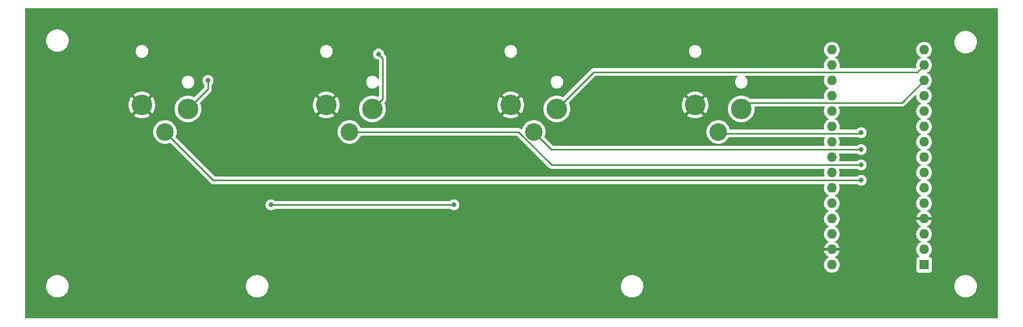
<source format=gbr>
%TF.GenerationSoftware,KiCad,Pcbnew,7.0.9*%
%TF.CreationDate,2023-12-01T11:37:00-08:00*%
%TF.ProjectId,gameshow_v4,67616d65-7368-46f7-975f-76342e6b6963,rev?*%
%TF.SameCoordinates,Original*%
%TF.FileFunction,Copper,L2,Bot*%
%TF.FilePolarity,Positive*%
%FSLAX46Y46*%
G04 Gerber Fmt 4.6, Leading zero omitted, Abs format (unit mm)*
G04 Created by KiCad (PCBNEW 7.0.9) date 2023-12-01 11:37:00*
%MOMM*%
%LPD*%
G01*
G04 APERTURE LIST*
%TA.AperFunction,ComponentPad*%
%ADD10R,1.600000X1.600000*%
%TD*%
%TA.AperFunction,ComponentPad*%
%ADD11O,1.600000X1.600000*%
%TD*%
%TA.AperFunction,ComponentPad*%
%ADD12C,3.400000*%
%TD*%
%TA.AperFunction,ComponentPad*%
%ADD13C,2.900000*%
%TD*%
%TA.AperFunction,ViaPad*%
%ADD14C,0.800000*%
%TD*%
%TA.AperFunction,Conductor*%
%ADD15C,0.250000*%
%TD*%
G04 APERTURE END LIST*
D10*
%TO.P,A1,1,D1/TX*%
%TO.N,unconnected-(A1-D1{slash}TX-Pad1)*%
X218176000Y-96266000D03*
D11*
%TO.P,A1,2,D0/RX*%
%TO.N,unconnected-(A1-D0{slash}RX-Pad2)*%
X218176000Y-93726000D03*
%TO.P,A1,3,~{RESET}*%
%TO.N,unconnected-(A1-~{RESET}-Pad3)*%
X218176000Y-91186000D03*
%TO.P,A1,4,GND*%
%TO.N,GND*%
X218176000Y-88646000D03*
%TO.P,A1,5,D2*%
%TO.N,unconnected-(A1-D2-Pad5)*%
X218176000Y-86106000D03*
%TO.P,A1,6,D3*%
%TO.N,unconnected-(A1-D3-Pad6)*%
X218176000Y-83566000D03*
%TO.P,A1,7,D4*%
%TO.N,P1_LED*%
X218176000Y-81026000D03*
%TO.P,A1,8,D5*%
%TO.N,P2_LED*%
X218176000Y-78486000D03*
%TO.P,A1,9,D6*%
%TO.N,P3_LED*%
X218176000Y-75946000D03*
%TO.P,A1,10,D7*%
%TO.N,P4_LED*%
X218176000Y-73406000D03*
%TO.P,A1,11,D8*%
%TO.N,unconnected-(A1-D8-Pad11)*%
X218176000Y-70866000D03*
%TO.P,A1,12,D9*%
%TO.N,unconnected-(A1-D9-Pad12)*%
X218176000Y-68326000D03*
%TO.P,A1,13,D10*%
%TO.N,P4_SW*%
X218176000Y-65786000D03*
%TO.P,A1,14,D11*%
%TO.N,P3_SW*%
X218176000Y-63246000D03*
%TO.P,A1,15,D12*%
%TO.N,P2_SW*%
X218176000Y-60706000D03*
%TO.P,A1,16,D13*%
%TO.N,P1_SW*%
X202936000Y-60706000D03*
%TO.P,A1,17,3V3*%
%TO.N,+3V3*%
X202936000Y-63246000D03*
%TO.P,A1,18,AREF*%
%TO.N,unconnected-(A1-AREF-Pad18)*%
X202936000Y-65786000D03*
%TO.P,A1,19,A0*%
%TO.N,unconnected-(A1-A0-Pad19)*%
X202936000Y-68326000D03*
%TO.P,A1,20,A1*%
%TO.N,unconnected-(A1-A1-Pad20)*%
X202936000Y-70866000D03*
%TO.P,A1,21,A2*%
%TO.N,unconnected-(A1-A2-Pad21)*%
X202936000Y-73406000D03*
%TO.P,A1,22,A3*%
%TO.N,unconnected-(A1-A3-Pad22)*%
X202936000Y-75946000D03*
%TO.P,A1,23,A4*%
%TO.N,unconnected-(A1-A4-Pad23)*%
X202936000Y-78486000D03*
%TO.P,A1,24,A5*%
%TO.N,unconnected-(A1-A5-Pad24)*%
X202936000Y-81026000D03*
%TO.P,A1,25,A6*%
%TO.N,unconnected-(A1-A6-Pad25)*%
X202936000Y-83566000D03*
%TO.P,A1,26,A7*%
%TO.N,unconnected-(A1-A7-Pad26)*%
X202936000Y-86106000D03*
%TO.P,A1,27,+5V*%
%TO.N,unconnected-(A1-+5V-Pad27)*%
X202936000Y-88646000D03*
%TO.P,A1,28,~{RESET}*%
%TO.N,unconnected-(A1-~{RESET}-Pad28)*%
X202936000Y-91186000D03*
%TO.P,A1,29,GND*%
%TO.N,GND*%
X202936000Y-93726000D03*
%TO.P,A1,30,VIN*%
%TO.N,unconnected-(A1-VIN-Pad30)*%
X202936000Y-96266000D03*
%TD*%
D12*
%TO.P,J3,1*%
%TO.N,GND*%
X149860000Y-69850000D03*
%TO.P,J3,2*%
%TO.N,P3_SW*%
X157480000Y-70485000D03*
D13*
%TO.P,J3,3*%
%TO.N,P3_LED*%
X153670000Y-74300000D03*
%TD*%
D12*
%TO.P,J1,1*%
%TO.N,GND*%
X88900000Y-69850000D03*
%TO.P,J1,2*%
%TO.N,P1_SW*%
X96520000Y-70485000D03*
D13*
%TO.P,J1,3*%
%TO.N,P1_LED*%
X92710000Y-74300000D03*
%TD*%
D12*
%TO.P,J4,1*%
%TO.N,GND*%
X180340000Y-69850000D03*
%TO.P,J4,2*%
%TO.N,P4_SW*%
X187960000Y-70485000D03*
D13*
%TO.P,J4,3*%
%TO.N,P4_LED*%
X184150000Y-74300000D03*
%TD*%
D12*
%TO.P,J2,1*%
%TO.N,GND*%
X119380000Y-69850000D03*
%TO.P,J2,2*%
%TO.N,P2_SW*%
X127000000Y-70485000D03*
D13*
%TO.P,J2,3*%
%TO.N,P2_LED*%
X123190000Y-74300000D03*
%TD*%
D14*
%TO.N,P1_LED*%
X207772000Y-82296000D03*
%TO.N,P2_LED*%
X207772000Y-79756000D03*
%TO.N,P3_LED*%
X207772000Y-77216000D03*
%TO.N,P4_LED*%
X207772000Y-74422000D03*
%TO.N,+3V3*%
X140462000Y-86360000D03*
X110236000Y-86360000D03*
%TO.N,P1_SW*%
X99822000Y-65786000D03*
%TO.N,P2_SW*%
X128016000Y-61410500D03*
%TD*%
D15*
%TO.N,P1_LED*%
X207772000Y-82296000D02*
X100706000Y-82296000D01*
X100706000Y-82296000D02*
X92710000Y-74300000D01*
%TO.N,P2_LED*%
X151159770Y-74300000D02*
X123190000Y-74300000D01*
X156615770Y-79756000D02*
X151159770Y-74300000D01*
X207772000Y-79756000D02*
X156615770Y-79756000D01*
%TO.N,P3_LED*%
X207772000Y-77216000D02*
X156586000Y-77216000D01*
X156586000Y-77216000D02*
X153670000Y-74300000D01*
%TO.N,P4_LED*%
X207772000Y-74422000D02*
X207663000Y-74531000D01*
X184381000Y-74531000D02*
X184150000Y-74300000D01*
X207663000Y-74531000D02*
X184381000Y-74531000D01*
%TO.N,+3V3*%
X110236000Y-86360000D02*
X140462000Y-86360000D01*
%TO.N,P1_SW*%
X99822000Y-67183000D02*
X96520000Y-70485000D01*
X99822000Y-65786000D02*
X99822000Y-67183000D01*
%TO.N,P2_SW*%
X128016000Y-61410500D02*
X128700000Y-62094500D01*
X128700000Y-62094500D02*
X128700000Y-68785000D01*
X128700000Y-68785000D02*
X127000000Y-70485000D01*
%TO.N,P3_SW*%
X218176000Y-63246000D02*
X217051000Y-64371000D01*
X217051000Y-64371000D02*
X163594000Y-64371000D01*
X163594000Y-64371000D02*
X157480000Y-70485000D01*
%TO.N,P4_SW*%
X218176000Y-65786000D02*
X214511000Y-69451000D01*
X214511000Y-69451000D02*
X188994000Y-69451000D01*
X188994000Y-69451000D02*
X187960000Y-70485000D01*
%TD*%
%TA.AperFunction,Conductor*%
%TO.N,GND*%
G36*
X230320539Y-53868185D02*
G01*
X230366294Y-53920989D01*
X230377500Y-53972500D01*
X230377500Y-105031500D01*
X230357815Y-105098539D01*
X230305011Y-105144294D01*
X230253500Y-105155500D01*
X69720500Y-105155500D01*
X69653461Y-105135815D01*
X69607706Y-105083011D01*
X69596500Y-105031500D01*
X69596500Y-99889763D01*
X73075787Y-99889763D01*
X73105413Y-100159013D01*
X73105415Y-100159024D01*
X73173926Y-100421082D01*
X73173928Y-100421088D01*
X73279870Y-100670390D01*
X73351998Y-100788575D01*
X73420979Y-100901605D01*
X73420986Y-100901615D01*
X73594253Y-101109819D01*
X73594259Y-101109824D01*
X73795998Y-101290582D01*
X74021910Y-101440044D01*
X74267176Y-101555020D01*
X74267183Y-101555022D01*
X74267185Y-101555023D01*
X74526557Y-101633057D01*
X74526564Y-101633058D01*
X74526569Y-101633060D01*
X74794561Y-101672500D01*
X74794566Y-101672500D01*
X74997636Y-101672500D01*
X75049133Y-101668730D01*
X75200156Y-101657677D01*
X75312758Y-101632593D01*
X75464546Y-101598782D01*
X75464548Y-101598781D01*
X75464553Y-101598780D01*
X75717558Y-101502014D01*
X75953777Y-101369441D01*
X76168177Y-101203888D01*
X76356186Y-101008881D01*
X76513799Y-100788579D01*
X76587787Y-100644669D01*
X76637649Y-100547690D01*
X76637651Y-100547684D01*
X76637656Y-100547675D01*
X76725118Y-100291305D01*
X76774319Y-100024933D01*
X76779259Y-99889763D01*
X106095787Y-99889763D01*
X106125413Y-100159013D01*
X106125415Y-100159024D01*
X106193926Y-100421082D01*
X106193928Y-100421088D01*
X106299870Y-100670390D01*
X106371998Y-100788575D01*
X106440979Y-100901605D01*
X106440986Y-100901615D01*
X106614253Y-101109819D01*
X106614259Y-101109824D01*
X106815998Y-101290582D01*
X107041910Y-101440044D01*
X107287176Y-101555020D01*
X107287183Y-101555022D01*
X107287185Y-101555023D01*
X107546557Y-101633057D01*
X107546564Y-101633058D01*
X107546569Y-101633060D01*
X107814561Y-101672500D01*
X107814566Y-101672500D01*
X108017636Y-101672500D01*
X108069133Y-101668730D01*
X108220156Y-101657677D01*
X108332758Y-101632593D01*
X108484546Y-101598782D01*
X108484548Y-101598781D01*
X108484553Y-101598780D01*
X108737558Y-101502014D01*
X108973777Y-101369441D01*
X109188177Y-101203888D01*
X109376186Y-101008881D01*
X109533799Y-100788579D01*
X109607787Y-100644669D01*
X109657649Y-100547690D01*
X109657651Y-100547684D01*
X109657656Y-100547675D01*
X109745118Y-100291305D01*
X109794319Y-100024933D01*
X109799259Y-99889763D01*
X168055787Y-99889763D01*
X168085413Y-100159013D01*
X168085415Y-100159024D01*
X168153926Y-100421082D01*
X168153928Y-100421088D01*
X168259870Y-100670390D01*
X168331998Y-100788575D01*
X168400979Y-100901605D01*
X168400986Y-100901615D01*
X168574253Y-101109819D01*
X168574259Y-101109824D01*
X168775998Y-101290582D01*
X169001910Y-101440044D01*
X169247176Y-101555020D01*
X169247183Y-101555022D01*
X169247185Y-101555023D01*
X169506557Y-101633057D01*
X169506564Y-101633058D01*
X169506569Y-101633060D01*
X169774561Y-101672500D01*
X169774566Y-101672500D01*
X169977636Y-101672500D01*
X170029133Y-101668730D01*
X170180156Y-101657677D01*
X170292758Y-101632593D01*
X170444546Y-101598782D01*
X170444548Y-101598781D01*
X170444553Y-101598780D01*
X170697558Y-101502014D01*
X170933777Y-101369441D01*
X171148177Y-101203888D01*
X171336186Y-101008881D01*
X171493799Y-100788579D01*
X171567787Y-100644669D01*
X171617649Y-100547690D01*
X171617651Y-100547684D01*
X171617656Y-100547675D01*
X171705118Y-100291305D01*
X171754319Y-100024933D01*
X171759259Y-99889763D01*
X223189787Y-99889763D01*
X223219413Y-100159013D01*
X223219415Y-100159024D01*
X223287926Y-100421082D01*
X223287928Y-100421088D01*
X223393870Y-100670390D01*
X223465998Y-100788575D01*
X223534979Y-100901605D01*
X223534986Y-100901615D01*
X223708253Y-101109819D01*
X223708259Y-101109824D01*
X223909998Y-101290582D01*
X224135910Y-101440044D01*
X224381176Y-101555020D01*
X224381183Y-101555022D01*
X224381185Y-101555023D01*
X224640557Y-101633057D01*
X224640564Y-101633058D01*
X224640569Y-101633060D01*
X224908561Y-101672500D01*
X224908566Y-101672500D01*
X225111636Y-101672500D01*
X225163133Y-101668730D01*
X225314156Y-101657677D01*
X225426758Y-101632593D01*
X225578546Y-101598782D01*
X225578548Y-101598781D01*
X225578553Y-101598780D01*
X225831558Y-101502014D01*
X226067777Y-101369441D01*
X226282177Y-101203888D01*
X226470186Y-101008881D01*
X226627799Y-100788579D01*
X226701787Y-100644669D01*
X226751649Y-100547690D01*
X226751651Y-100547684D01*
X226751656Y-100547675D01*
X226839118Y-100291305D01*
X226888319Y-100024933D01*
X226898212Y-99754235D01*
X226868586Y-99484982D01*
X226800072Y-99222912D01*
X226694130Y-98973610D01*
X226553018Y-98742390D01*
X226463747Y-98635119D01*
X226379746Y-98534180D01*
X226379740Y-98534175D01*
X226178002Y-98353418D01*
X225952092Y-98203957D01*
X225952090Y-98203956D01*
X225706824Y-98088980D01*
X225706819Y-98088978D01*
X225706814Y-98088976D01*
X225447442Y-98010942D01*
X225447428Y-98010939D01*
X225331791Y-97993921D01*
X225179439Y-97971500D01*
X224976369Y-97971500D01*
X224976364Y-97971500D01*
X224773844Y-97986323D01*
X224773831Y-97986325D01*
X224509453Y-98045217D01*
X224509446Y-98045220D01*
X224256439Y-98141987D01*
X224020226Y-98274557D01*
X223805822Y-98440112D01*
X223617822Y-98635109D01*
X223617816Y-98635116D01*
X223460202Y-98855419D01*
X223460199Y-98855424D01*
X223336350Y-99096309D01*
X223336343Y-99096327D01*
X223248884Y-99352685D01*
X223248881Y-99352699D01*
X223199681Y-99619068D01*
X223199680Y-99619075D01*
X223189787Y-99889763D01*
X171759259Y-99889763D01*
X171764212Y-99754235D01*
X171734586Y-99484982D01*
X171666072Y-99222912D01*
X171560130Y-98973610D01*
X171419018Y-98742390D01*
X171329747Y-98635119D01*
X171245746Y-98534180D01*
X171245740Y-98534175D01*
X171044002Y-98353418D01*
X170818092Y-98203957D01*
X170818090Y-98203956D01*
X170572824Y-98088980D01*
X170572819Y-98088978D01*
X170572814Y-98088976D01*
X170313442Y-98010942D01*
X170313428Y-98010939D01*
X170197791Y-97993921D01*
X170045439Y-97971500D01*
X169842369Y-97971500D01*
X169842364Y-97971500D01*
X169639844Y-97986323D01*
X169639831Y-97986325D01*
X169375453Y-98045217D01*
X169375446Y-98045220D01*
X169122439Y-98141987D01*
X168886226Y-98274557D01*
X168671822Y-98440112D01*
X168483822Y-98635109D01*
X168483816Y-98635116D01*
X168326202Y-98855419D01*
X168326199Y-98855424D01*
X168202350Y-99096309D01*
X168202343Y-99096327D01*
X168114884Y-99352685D01*
X168114881Y-99352699D01*
X168065681Y-99619068D01*
X168065680Y-99619075D01*
X168055787Y-99889763D01*
X109799259Y-99889763D01*
X109804212Y-99754235D01*
X109774586Y-99484982D01*
X109706072Y-99222912D01*
X109600130Y-98973610D01*
X109459018Y-98742390D01*
X109369747Y-98635119D01*
X109285746Y-98534180D01*
X109285740Y-98534175D01*
X109084002Y-98353418D01*
X108858092Y-98203957D01*
X108858090Y-98203956D01*
X108612824Y-98088980D01*
X108612819Y-98088978D01*
X108612814Y-98088976D01*
X108353442Y-98010942D01*
X108353428Y-98010939D01*
X108237791Y-97993921D01*
X108085439Y-97971500D01*
X107882369Y-97971500D01*
X107882364Y-97971500D01*
X107679844Y-97986323D01*
X107679831Y-97986325D01*
X107415453Y-98045217D01*
X107415446Y-98045220D01*
X107162439Y-98141987D01*
X106926226Y-98274557D01*
X106711822Y-98440112D01*
X106523822Y-98635109D01*
X106523816Y-98635116D01*
X106366202Y-98855419D01*
X106366199Y-98855424D01*
X106242350Y-99096309D01*
X106242343Y-99096327D01*
X106154884Y-99352685D01*
X106154881Y-99352699D01*
X106105681Y-99619068D01*
X106105680Y-99619075D01*
X106095787Y-99889763D01*
X76779259Y-99889763D01*
X76784212Y-99754235D01*
X76754586Y-99484982D01*
X76686072Y-99222912D01*
X76580130Y-98973610D01*
X76439018Y-98742390D01*
X76349747Y-98635119D01*
X76265746Y-98534180D01*
X76265740Y-98534175D01*
X76064002Y-98353418D01*
X75838092Y-98203957D01*
X75838090Y-98203956D01*
X75592824Y-98088980D01*
X75592819Y-98088978D01*
X75592814Y-98088976D01*
X75333442Y-98010942D01*
X75333428Y-98010939D01*
X75217791Y-97993921D01*
X75065439Y-97971500D01*
X74862369Y-97971500D01*
X74862364Y-97971500D01*
X74659844Y-97986323D01*
X74659831Y-97986325D01*
X74395453Y-98045217D01*
X74395446Y-98045220D01*
X74142439Y-98141987D01*
X73906226Y-98274557D01*
X73691822Y-98440112D01*
X73503822Y-98635109D01*
X73503816Y-98635116D01*
X73346202Y-98855419D01*
X73346199Y-98855424D01*
X73222350Y-99096309D01*
X73222343Y-99096327D01*
X73134884Y-99352685D01*
X73134881Y-99352699D01*
X73085681Y-99619068D01*
X73085680Y-99619075D01*
X73075787Y-99889763D01*
X69596500Y-99889763D01*
X69596500Y-86360000D01*
X109330540Y-86360000D01*
X109350326Y-86548256D01*
X109350327Y-86548259D01*
X109408818Y-86728277D01*
X109408821Y-86728284D01*
X109503467Y-86892216D01*
X109605185Y-87005185D01*
X109630129Y-87032888D01*
X109783265Y-87144148D01*
X109783270Y-87144151D01*
X109956192Y-87221142D01*
X109956197Y-87221144D01*
X110141354Y-87260500D01*
X110141355Y-87260500D01*
X110330644Y-87260500D01*
X110330646Y-87260500D01*
X110515803Y-87221144D01*
X110688730Y-87144151D01*
X110841871Y-87032888D01*
X110844788Y-87029647D01*
X110847600Y-87026526D01*
X110907087Y-86989879D01*
X110939748Y-86985500D01*
X139758252Y-86985500D01*
X139825291Y-87005185D01*
X139850400Y-87026526D01*
X139856126Y-87032885D01*
X139856130Y-87032889D01*
X140009265Y-87144148D01*
X140009270Y-87144151D01*
X140182192Y-87221142D01*
X140182197Y-87221144D01*
X140367354Y-87260500D01*
X140367355Y-87260500D01*
X140556644Y-87260500D01*
X140556646Y-87260500D01*
X140741803Y-87221144D01*
X140914730Y-87144151D01*
X141067871Y-87032888D01*
X141194533Y-86892216D01*
X141289179Y-86728284D01*
X141347674Y-86548256D01*
X141367460Y-86360000D01*
X141347674Y-86171744D01*
X141289179Y-85991716D01*
X141194533Y-85827784D01*
X141067871Y-85687112D01*
X141067870Y-85687111D01*
X140914734Y-85575851D01*
X140914729Y-85575848D01*
X140741807Y-85498857D01*
X140741802Y-85498855D01*
X140596001Y-85467865D01*
X140556646Y-85459500D01*
X140367354Y-85459500D01*
X140334897Y-85466398D01*
X140182197Y-85498855D01*
X140182192Y-85498857D01*
X140009270Y-85575848D01*
X140009265Y-85575851D01*
X139856130Y-85687110D01*
X139856126Y-85687114D01*
X139850400Y-85693474D01*
X139790913Y-85730121D01*
X139758252Y-85734500D01*
X110939748Y-85734500D01*
X110872709Y-85714815D01*
X110847600Y-85693474D01*
X110841873Y-85687114D01*
X110841869Y-85687110D01*
X110688734Y-85575851D01*
X110688729Y-85575848D01*
X110515807Y-85498857D01*
X110515802Y-85498855D01*
X110370001Y-85467865D01*
X110330646Y-85459500D01*
X110141354Y-85459500D01*
X110108897Y-85466398D01*
X109956197Y-85498855D01*
X109956192Y-85498857D01*
X109783270Y-85575848D01*
X109783265Y-85575851D01*
X109630129Y-85687111D01*
X109503466Y-85827785D01*
X109408821Y-85991715D01*
X109408818Y-85991722D01*
X109371687Y-86106001D01*
X109350326Y-86171744D01*
X109330540Y-86360000D01*
X69596500Y-86360000D01*
X69596500Y-74300001D01*
X90754518Y-74300001D01*
X90774422Y-74578299D01*
X90826008Y-74815431D01*
X90833729Y-74850923D01*
X90872255Y-74954216D01*
X90931231Y-75112338D01*
X90931233Y-75112342D01*
X91064940Y-75357207D01*
X91064945Y-75357215D01*
X91232138Y-75580560D01*
X91232154Y-75580578D01*
X91429421Y-75777845D01*
X91429439Y-75777861D01*
X91652784Y-75945054D01*
X91652792Y-75945059D01*
X91897657Y-76078766D01*
X91897661Y-76078768D01*
X91897663Y-76078769D01*
X92159077Y-76176271D01*
X92284481Y-76203551D01*
X92431700Y-76235577D01*
X92431702Y-76235577D01*
X92431706Y-76235578D01*
X92679014Y-76253265D01*
X92709999Y-76255482D01*
X92710000Y-76255482D01*
X92710001Y-76255482D01*
X92737881Y-76253487D01*
X92988294Y-76235578D01*
X93260923Y-76176271D01*
X93507282Y-76084383D01*
X93576972Y-76079400D01*
X93638295Y-76112885D01*
X100205194Y-82679784D01*
X100215019Y-82692048D01*
X100215240Y-82691866D01*
X100220210Y-82697873D01*
X100220213Y-82697876D01*
X100220214Y-82697877D01*
X100270651Y-82745241D01*
X100291530Y-82766120D01*
X100297004Y-82770366D01*
X100301442Y-82774156D01*
X100335418Y-82806062D01*
X100335422Y-82806064D01*
X100352973Y-82815713D01*
X100369231Y-82826392D01*
X100385064Y-82838674D01*
X100407015Y-82848172D01*
X100427837Y-82857183D01*
X100433081Y-82859752D01*
X100473908Y-82882197D01*
X100493312Y-82887179D01*
X100511710Y-82893478D01*
X100530105Y-82901438D01*
X100576129Y-82908726D01*
X100581832Y-82909907D01*
X100626981Y-82921500D01*
X100647016Y-82921500D01*
X100666413Y-82923026D01*
X100686196Y-82926160D01*
X100732584Y-82921775D01*
X100738422Y-82921500D01*
X201606951Y-82921500D01*
X201673990Y-82941185D01*
X201719745Y-82993989D01*
X201729689Y-83063147D01*
X201719333Y-83097905D01*
X201709262Y-83119502D01*
X201709258Y-83119511D01*
X201650366Y-83339302D01*
X201650364Y-83339313D01*
X201630532Y-83565998D01*
X201630532Y-83566001D01*
X201650364Y-83792686D01*
X201650366Y-83792697D01*
X201709258Y-84012488D01*
X201709261Y-84012497D01*
X201805431Y-84218732D01*
X201805432Y-84218734D01*
X201935954Y-84405141D01*
X202096858Y-84566045D01*
X202096861Y-84566047D01*
X202283266Y-84696568D01*
X202341275Y-84723618D01*
X202393714Y-84769791D01*
X202412866Y-84836984D01*
X202392650Y-84903865D01*
X202341275Y-84948382D01*
X202283267Y-84975431D01*
X202283265Y-84975432D01*
X202096858Y-85105954D01*
X201935954Y-85266858D01*
X201805432Y-85453265D01*
X201805431Y-85453267D01*
X201709261Y-85659502D01*
X201709258Y-85659511D01*
X201650366Y-85879302D01*
X201650364Y-85879313D01*
X201630532Y-86105998D01*
X201630532Y-86106001D01*
X201650364Y-86332686D01*
X201650366Y-86332697D01*
X201709258Y-86552488D01*
X201709261Y-86552497D01*
X201805431Y-86758732D01*
X201805432Y-86758734D01*
X201935954Y-86945141D01*
X202096858Y-87106045D01*
X202096861Y-87106047D01*
X202283266Y-87236568D01*
X202341275Y-87263618D01*
X202393714Y-87309791D01*
X202412866Y-87376984D01*
X202392650Y-87443865D01*
X202341275Y-87488382D01*
X202283267Y-87515431D01*
X202283265Y-87515432D01*
X202096858Y-87645954D01*
X201935954Y-87806858D01*
X201805432Y-87993265D01*
X201805431Y-87993267D01*
X201709261Y-88199502D01*
X201709258Y-88199511D01*
X201650366Y-88419302D01*
X201650364Y-88419313D01*
X201630532Y-88645998D01*
X201630532Y-88646001D01*
X201650364Y-88872686D01*
X201650366Y-88872697D01*
X201709258Y-89092488D01*
X201709261Y-89092497D01*
X201805431Y-89298732D01*
X201805432Y-89298734D01*
X201935954Y-89485141D01*
X202096858Y-89646045D01*
X202096861Y-89646047D01*
X202283266Y-89776568D01*
X202340681Y-89803341D01*
X202341275Y-89803618D01*
X202393714Y-89849791D01*
X202412866Y-89916984D01*
X202392650Y-89983865D01*
X202341275Y-90028382D01*
X202283267Y-90055431D01*
X202283265Y-90055432D01*
X202096858Y-90185954D01*
X201935954Y-90346858D01*
X201805432Y-90533265D01*
X201805431Y-90533267D01*
X201709261Y-90739502D01*
X201709258Y-90739511D01*
X201650366Y-90959302D01*
X201650364Y-90959313D01*
X201630532Y-91185998D01*
X201630532Y-91186001D01*
X201650364Y-91412686D01*
X201650366Y-91412697D01*
X201709258Y-91632488D01*
X201709261Y-91632497D01*
X201805431Y-91838732D01*
X201805432Y-91838734D01*
X201935954Y-92025141D01*
X202096858Y-92186045D01*
X202096861Y-92186047D01*
X202283266Y-92316568D01*
X202341865Y-92343893D01*
X202394305Y-92390065D01*
X202413457Y-92457258D01*
X202393242Y-92524139D01*
X202341867Y-92568657D01*
X202283515Y-92595867D01*
X202097179Y-92726342D01*
X201936342Y-92887179D01*
X201805865Y-93073517D01*
X201709734Y-93279673D01*
X201709730Y-93279682D01*
X201657127Y-93475999D01*
X201657128Y-93476000D01*
X202502314Y-93476000D01*
X202476507Y-93516156D01*
X202436000Y-93654111D01*
X202436000Y-93797889D01*
X202476507Y-93935844D01*
X202502314Y-93976000D01*
X201657128Y-93976000D01*
X201709730Y-94172317D01*
X201709734Y-94172326D01*
X201805865Y-94378482D01*
X201936342Y-94564820D01*
X202097179Y-94725657D01*
X202283518Y-94856134D01*
X202283520Y-94856135D01*
X202341865Y-94883342D01*
X202394305Y-94929514D01*
X202413457Y-94996707D01*
X202393242Y-95063589D01*
X202341867Y-95108105D01*
X202283268Y-95135431D01*
X202283264Y-95135433D01*
X202096858Y-95265954D01*
X201935954Y-95426858D01*
X201805432Y-95613265D01*
X201805431Y-95613267D01*
X201709261Y-95819502D01*
X201709258Y-95819511D01*
X201650366Y-96039302D01*
X201650364Y-96039313D01*
X201630532Y-96265998D01*
X201630532Y-96266001D01*
X201650364Y-96492686D01*
X201650366Y-96492697D01*
X201709258Y-96712488D01*
X201709261Y-96712497D01*
X201805431Y-96918732D01*
X201805432Y-96918734D01*
X201935954Y-97105141D01*
X202096858Y-97266045D01*
X202096861Y-97266047D01*
X202283266Y-97396568D01*
X202489504Y-97492739D01*
X202709308Y-97551635D01*
X202871230Y-97565801D01*
X202935998Y-97571468D01*
X202936000Y-97571468D01*
X202936002Y-97571468D01*
X202992807Y-97566498D01*
X203162692Y-97551635D01*
X203382496Y-97492739D01*
X203588734Y-97396568D01*
X203775139Y-97266047D01*
X203936047Y-97105139D01*
X204066568Y-96918734D01*
X204162739Y-96712496D01*
X204221635Y-96492692D01*
X204241468Y-96266000D01*
X204221635Y-96039308D01*
X204162739Y-95819504D01*
X204066568Y-95613266D01*
X203936047Y-95426861D01*
X203936045Y-95426858D01*
X203775141Y-95265954D01*
X203588734Y-95135432D01*
X203588732Y-95135431D01*
X203577275Y-95130088D01*
X203530132Y-95108105D01*
X203477694Y-95061934D01*
X203458542Y-94994740D01*
X203478758Y-94927859D01*
X203530134Y-94883341D01*
X203588484Y-94856132D01*
X203774820Y-94725657D01*
X203935657Y-94564820D01*
X204066134Y-94378482D01*
X204162265Y-94172326D01*
X204162269Y-94172317D01*
X204214872Y-93976000D01*
X203369686Y-93976000D01*
X203395493Y-93935844D01*
X203436000Y-93797889D01*
X203436000Y-93654111D01*
X203395493Y-93516156D01*
X203369686Y-93476000D01*
X204214872Y-93476000D01*
X204214872Y-93475999D01*
X204162269Y-93279682D01*
X204162265Y-93279673D01*
X204066134Y-93073517D01*
X203935657Y-92887179D01*
X203774820Y-92726342D01*
X203588482Y-92595865D01*
X203530133Y-92568657D01*
X203477694Y-92522484D01*
X203458542Y-92455291D01*
X203478758Y-92388410D01*
X203530129Y-92343895D01*
X203588734Y-92316568D01*
X203775139Y-92186047D01*
X203936047Y-92025139D01*
X204066568Y-91838734D01*
X204162739Y-91632496D01*
X204221635Y-91412692D01*
X204241468Y-91186000D01*
X204221635Y-90959308D01*
X204162739Y-90739504D01*
X204066568Y-90533266D01*
X203936047Y-90346861D01*
X203936045Y-90346858D01*
X203775141Y-90185954D01*
X203588734Y-90055432D01*
X203588728Y-90055429D01*
X203530725Y-90028382D01*
X203478285Y-89982210D01*
X203459133Y-89915017D01*
X203479348Y-89848135D01*
X203530725Y-89803618D01*
X203531319Y-89803341D01*
X203588734Y-89776568D01*
X203775139Y-89646047D01*
X203936047Y-89485139D01*
X204066568Y-89298734D01*
X204162739Y-89092496D01*
X204221635Y-88872692D01*
X204241468Y-88646000D01*
X204221635Y-88419308D01*
X204162739Y-88199504D01*
X204066568Y-87993266D01*
X203936047Y-87806861D01*
X203936045Y-87806858D01*
X203775141Y-87645954D01*
X203588734Y-87515432D01*
X203588728Y-87515429D01*
X203530725Y-87488382D01*
X203478285Y-87442210D01*
X203459133Y-87375017D01*
X203479348Y-87308135D01*
X203530725Y-87263618D01*
X203588734Y-87236568D01*
X203775139Y-87106047D01*
X203936047Y-86945139D01*
X204066568Y-86758734D01*
X204162739Y-86552496D01*
X204221635Y-86332692D01*
X204241468Y-86106000D01*
X204221635Y-85879308D01*
X204162739Y-85659504D01*
X204066568Y-85453266D01*
X203936047Y-85266861D01*
X203936045Y-85266858D01*
X203775141Y-85105954D01*
X203588734Y-84975432D01*
X203588728Y-84975429D01*
X203530725Y-84948382D01*
X203478285Y-84902210D01*
X203459133Y-84835017D01*
X203479348Y-84768135D01*
X203530725Y-84723618D01*
X203588734Y-84696568D01*
X203775139Y-84566047D01*
X203936047Y-84405139D01*
X204066568Y-84218734D01*
X204162739Y-84012496D01*
X204221635Y-83792692D01*
X204241468Y-83566000D01*
X204221635Y-83339308D01*
X204162739Y-83119504D01*
X204152666Y-83097904D01*
X204142175Y-83028827D01*
X204170695Y-82965043D01*
X204229171Y-82926804D01*
X204265049Y-82921500D01*
X207068252Y-82921500D01*
X207135291Y-82941185D01*
X207160400Y-82962526D01*
X207166126Y-82968885D01*
X207166130Y-82968889D01*
X207319265Y-83080148D01*
X207319270Y-83080151D01*
X207492192Y-83157142D01*
X207492197Y-83157144D01*
X207677354Y-83196500D01*
X207677355Y-83196500D01*
X207866644Y-83196500D01*
X207866646Y-83196500D01*
X208051803Y-83157144D01*
X208224730Y-83080151D01*
X208377871Y-82968888D01*
X208504533Y-82828216D01*
X208599179Y-82664284D01*
X208657674Y-82484256D01*
X208677460Y-82296000D01*
X208657674Y-82107744D01*
X208599179Y-81927716D01*
X208504533Y-81763784D01*
X208377871Y-81623112D01*
X208377870Y-81623111D01*
X208224734Y-81511851D01*
X208224729Y-81511848D01*
X208051807Y-81434857D01*
X208051802Y-81434855D01*
X207906001Y-81403865D01*
X207866646Y-81395500D01*
X207677354Y-81395500D01*
X207644897Y-81402398D01*
X207492197Y-81434855D01*
X207492192Y-81434857D01*
X207319270Y-81511848D01*
X207319265Y-81511851D01*
X207166130Y-81623110D01*
X207166126Y-81623114D01*
X207160400Y-81629474D01*
X207100913Y-81666121D01*
X207068252Y-81670500D01*
X204265049Y-81670500D01*
X204198010Y-81650815D01*
X204152255Y-81598011D01*
X204142311Y-81528853D01*
X204152667Y-81494095D01*
X204162739Y-81472496D01*
X204221635Y-81252692D01*
X204241468Y-81026000D01*
X204221635Y-80799308D01*
X204162739Y-80579504D01*
X204152666Y-80557904D01*
X204142175Y-80488827D01*
X204170695Y-80425043D01*
X204229171Y-80386804D01*
X204265049Y-80381500D01*
X207068252Y-80381500D01*
X207135291Y-80401185D01*
X207160400Y-80422526D01*
X207166126Y-80428885D01*
X207166130Y-80428889D01*
X207319265Y-80540148D01*
X207319270Y-80540151D01*
X207492192Y-80617142D01*
X207492197Y-80617144D01*
X207677354Y-80656500D01*
X207677355Y-80656500D01*
X207866644Y-80656500D01*
X207866646Y-80656500D01*
X208051803Y-80617144D01*
X208224730Y-80540151D01*
X208377871Y-80428888D01*
X208504533Y-80288216D01*
X208599179Y-80124284D01*
X208657674Y-79944256D01*
X208677460Y-79756000D01*
X208657674Y-79567744D01*
X208599179Y-79387716D01*
X208504533Y-79223784D01*
X208377871Y-79083112D01*
X208377870Y-79083111D01*
X208224734Y-78971851D01*
X208224729Y-78971848D01*
X208051807Y-78894857D01*
X208051802Y-78894855D01*
X207906001Y-78863865D01*
X207866646Y-78855500D01*
X207677354Y-78855500D01*
X207644897Y-78862398D01*
X207492197Y-78894855D01*
X207492192Y-78894857D01*
X207319270Y-78971848D01*
X207319265Y-78971851D01*
X207166130Y-79083110D01*
X207166126Y-79083114D01*
X207160400Y-79089474D01*
X207100913Y-79126121D01*
X207068252Y-79130500D01*
X204265049Y-79130500D01*
X204198010Y-79110815D01*
X204152255Y-79058011D01*
X204142311Y-78988853D01*
X204152667Y-78954095D01*
X204162739Y-78932496D01*
X204221635Y-78712692D01*
X204241468Y-78486000D01*
X204221635Y-78259308D01*
X204162739Y-78039504D01*
X204152666Y-78017904D01*
X204142175Y-77948827D01*
X204170695Y-77885043D01*
X204229171Y-77846804D01*
X204265049Y-77841500D01*
X207068252Y-77841500D01*
X207135291Y-77861185D01*
X207160400Y-77882526D01*
X207166126Y-77888885D01*
X207166130Y-77888889D01*
X207319265Y-78000148D01*
X207319270Y-78000151D01*
X207492192Y-78077142D01*
X207492197Y-78077144D01*
X207677354Y-78116500D01*
X207677355Y-78116500D01*
X207866644Y-78116500D01*
X207866646Y-78116500D01*
X208051803Y-78077144D01*
X208224730Y-78000151D01*
X208377871Y-77888888D01*
X208504533Y-77748216D01*
X208599179Y-77584284D01*
X208657674Y-77404256D01*
X208677460Y-77216000D01*
X208657674Y-77027744D01*
X208599179Y-76847716D01*
X208504533Y-76683784D01*
X208377871Y-76543112D01*
X208377870Y-76543111D01*
X208224734Y-76431851D01*
X208224729Y-76431848D01*
X208051807Y-76354857D01*
X208051802Y-76354855D01*
X207906001Y-76323865D01*
X207866646Y-76315500D01*
X207677354Y-76315500D01*
X207644897Y-76322398D01*
X207492197Y-76354855D01*
X207492192Y-76354857D01*
X207319270Y-76431848D01*
X207319265Y-76431851D01*
X207166130Y-76543110D01*
X207166126Y-76543114D01*
X207160400Y-76549474D01*
X207100913Y-76586121D01*
X207068252Y-76590500D01*
X204265049Y-76590500D01*
X204198010Y-76570815D01*
X204152255Y-76518011D01*
X204142311Y-76448853D01*
X204152667Y-76414095D01*
X204162739Y-76392496D01*
X204221635Y-76172692D01*
X204241468Y-75946000D01*
X204241385Y-75945056D01*
X204235801Y-75881230D01*
X204221635Y-75719308D01*
X204162739Y-75499504D01*
X204085051Y-75332904D01*
X204074560Y-75263827D01*
X204103080Y-75200043D01*
X204161556Y-75161804D01*
X204197434Y-75156500D01*
X207210641Y-75156500D01*
X207277680Y-75176185D01*
X207283526Y-75180182D01*
X207319265Y-75206148D01*
X207319270Y-75206151D01*
X207492192Y-75283142D01*
X207492197Y-75283144D01*
X207677354Y-75322500D01*
X207677355Y-75322500D01*
X207866644Y-75322500D01*
X207866646Y-75322500D01*
X208051803Y-75283144D01*
X208224730Y-75206151D01*
X208377871Y-75094888D01*
X208504533Y-74954216D01*
X208599179Y-74790284D01*
X208657674Y-74610256D01*
X208677460Y-74422000D01*
X208657674Y-74233744D01*
X208599179Y-74053716D01*
X208504533Y-73889784D01*
X208377871Y-73749112D01*
X208377823Y-73749077D01*
X208224734Y-73637851D01*
X208224729Y-73637848D01*
X208051807Y-73560857D01*
X208051802Y-73560855D01*
X207906001Y-73529865D01*
X207866646Y-73521500D01*
X207677354Y-73521500D01*
X207644897Y-73528398D01*
X207492197Y-73560855D01*
X207492192Y-73560857D01*
X207319270Y-73637848D01*
X207319265Y-73637851D01*
X207166129Y-73749111D01*
X207062258Y-73864472D01*
X207002771Y-73901121D01*
X206970108Y-73905500D01*
X204310137Y-73905500D01*
X204243098Y-73885815D01*
X204197343Y-73833011D01*
X204187399Y-73763853D01*
X204190362Y-73749407D01*
X204207328Y-73686087D01*
X204221635Y-73632692D01*
X204241468Y-73406000D01*
X204221635Y-73179308D01*
X204162739Y-72959504D01*
X204066568Y-72753266D01*
X203936047Y-72566861D01*
X203936045Y-72566858D01*
X203775141Y-72405954D01*
X203588734Y-72275432D01*
X203588728Y-72275429D01*
X203530725Y-72248382D01*
X203478285Y-72202210D01*
X203459133Y-72135017D01*
X203479348Y-72068135D01*
X203530725Y-72023618D01*
X203588734Y-71996568D01*
X203775139Y-71866047D01*
X203936047Y-71705139D01*
X204066568Y-71518734D01*
X204162739Y-71312496D01*
X204221635Y-71092692D01*
X204241468Y-70866000D01*
X204221635Y-70639308D01*
X204162739Y-70419504D01*
X204085051Y-70252904D01*
X204074560Y-70183827D01*
X204103080Y-70120043D01*
X204161556Y-70081804D01*
X204197434Y-70076500D01*
X214428257Y-70076500D01*
X214443877Y-70078224D01*
X214443904Y-70077939D01*
X214451660Y-70078671D01*
X214451667Y-70078673D01*
X214520814Y-70076500D01*
X214550350Y-70076500D01*
X214557228Y-70075630D01*
X214563041Y-70075172D01*
X214609627Y-70073709D01*
X214628869Y-70068117D01*
X214647912Y-70064174D01*
X214667792Y-70061664D01*
X214711122Y-70044507D01*
X214716646Y-70042617D01*
X214720396Y-70041527D01*
X214761390Y-70029618D01*
X214778629Y-70019422D01*
X214796103Y-70010862D01*
X214814727Y-70003488D01*
X214814727Y-70003487D01*
X214814732Y-70003486D01*
X214852449Y-69976082D01*
X214857305Y-69972892D01*
X214897420Y-69949170D01*
X214911589Y-69934999D01*
X214926379Y-69922368D01*
X214942587Y-69910594D01*
X214972299Y-69874676D01*
X214976212Y-69870376D01*
X216663183Y-68183405D01*
X216724504Y-68149922D01*
X216794196Y-68154906D01*
X216850129Y-68196778D01*
X216874546Y-68262242D01*
X216874390Y-68281894D01*
X216870532Y-68325996D01*
X216870532Y-68326001D01*
X216890364Y-68552686D01*
X216890366Y-68552697D01*
X216949258Y-68772488D01*
X216949261Y-68772497D01*
X217045431Y-68978732D01*
X217045432Y-68978734D01*
X217175954Y-69165141D01*
X217336858Y-69326045D01*
X217336861Y-69326047D01*
X217523266Y-69456568D01*
X217581275Y-69483618D01*
X217633714Y-69529791D01*
X217652866Y-69596984D01*
X217632650Y-69663865D01*
X217581275Y-69708382D01*
X217523267Y-69735431D01*
X217523265Y-69735432D01*
X217336858Y-69865954D01*
X217175954Y-70026858D01*
X217045432Y-70213265D01*
X217045431Y-70213267D01*
X216949261Y-70419502D01*
X216949258Y-70419511D01*
X216890366Y-70639302D01*
X216890364Y-70639313D01*
X216870532Y-70865998D01*
X216870532Y-70866001D01*
X216890364Y-71092686D01*
X216890366Y-71092697D01*
X216949258Y-71312488D01*
X216949261Y-71312497D01*
X217045431Y-71518732D01*
X217045432Y-71518734D01*
X217175954Y-71705141D01*
X217336858Y-71866045D01*
X217336861Y-71866047D01*
X217523266Y-71996568D01*
X217581275Y-72023618D01*
X217633714Y-72069791D01*
X217652866Y-72136984D01*
X217632650Y-72203865D01*
X217581275Y-72248382D01*
X217523267Y-72275431D01*
X217523265Y-72275432D01*
X217336858Y-72405954D01*
X217175954Y-72566858D01*
X217045432Y-72753265D01*
X217045431Y-72753267D01*
X216949261Y-72959502D01*
X216949258Y-72959511D01*
X216890366Y-73179302D01*
X216890364Y-73179313D01*
X216870532Y-73405998D01*
X216870532Y-73406001D01*
X216890364Y-73632686D01*
X216890366Y-73632697D01*
X216949258Y-73852488D01*
X216949261Y-73852497D01*
X217045431Y-74058732D01*
X217045432Y-74058734D01*
X217175954Y-74245141D01*
X217336858Y-74406045D01*
X217336861Y-74406047D01*
X217523266Y-74536568D01*
X217581275Y-74563618D01*
X217633714Y-74609791D01*
X217652866Y-74676984D01*
X217632650Y-74743865D01*
X217581275Y-74788382D01*
X217523267Y-74815431D01*
X217523265Y-74815432D01*
X217336858Y-74945954D01*
X217175954Y-75106858D01*
X217045432Y-75293265D01*
X217045431Y-75293267D01*
X216949261Y-75499502D01*
X216949258Y-75499511D01*
X216890366Y-75719302D01*
X216890364Y-75719313D01*
X216870532Y-75945998D01*
X216870532Y-75946001D01*
X216890364Y-76172686D01*
X216890366Y-76172697D01*
X216949258Y-76392488D01*
X216949261Y-76392497D01*
X217045431Y-76598732D01*
X217045432Y-76598734D01*
X217175954Y-76785141D01*
X217336858Y-76946045D01*
X217336861Y-76946047D01*
X217523266Y-77076568D01*
X217581275Y-77103618D01*
X217633714Y-77149791D01*
X217652866Y-77216984D01*
X217632650Y-77283865D01*
X217581275Y-77328382D01*
X217523267Y-77355431D01*
X217523265Y-77355432D01*
X217336858Y-77485954D01*
X217175954Y-77646858D01*
X217045432Y-77833265D01*
X217045431Y-77833267D01*
X216949261Y-78039502D01*
X216949258Y-78039511D01*
X216890366Y-78259302D01*
X216890364Y-78259313D01*
X216870532Y-78485998D01*
X216870532Y-78486001D01*
X216890364Y-78712686D01*
X216890366Y-78712697D01*
X216949258Y-78932488D01*
X216949261Y-78932497D01*
X217045431Y-79138732D01*
X217045432Y-79138734D01*
X217175954Y-79325141D01*
X217336858Y-79486045D01*
X217336861Y-79486047D01*
X217523266Y-79616568D01*
X217581275Y-79643618D01*
X217633714Y-79689791D01*
X217652866Y-79756984D01*
X217632650Y-79823865D01*
X217581275Y-79868382D01*
X217523267Y-79895431D01*
X217523265Y-79895432D01*
X217336858Y-80025954D01*
X217175954Y-80186858D01*
X217045432Y-80373265D01*
X217045431Y-80373267D01*
X216949261Y-80579502D01*
X216949258Y-80579511D01*
X216890366Y-80799302D01*
X216890364Y-80799313D01*
X216870532Y-81025998D01*
X216870532Y-81026001D01*
X216890364Y-81252686D01*
X216890366Y-81252697D01*
X216949258Y-81472488D01*
X216949261Y-81472497D01*
X217045431Y-81678732D01*
X217045432Y-81678734D01*
X217175954Y-81865141D01*
X217336858Y-82026045D01*
X217336861Y-82026047D01*
X217523266Y-82156568D01*
X217581275Y-82183618D01*
X217633714Y-82229791D01*
X217652866Y-82296984D01*
X217632650Y-82363865D01*
X217581275Y-82408382D01*
X217523267Y-82435431D01*
X217523265Y-82435432D01*
X217336858Y-82565954D01*
X217175954Y-82726858D01*
X217045432Y-82913265D01*
X217045431Y-82913267D01*
X216949261Y-83119502D01*
X216949258Y-83119511D01*
X216890366Y-83339302D01*
X216890364Y-83339313D01*
X216870532Y-83565998D01*
X216870532Y-83566001D01*
X216890364Y-83792686D01*
X216890366Y-83792697D01*
X216949258Y-84012488D01*
X216949261Y-84012497D01*
X217045431Y-84218732D01*
X217045432Y-84218734D01*
X217175954Y-84405141D01*
X217336858Y-84566045D01*
X217336861Y-84566047D01*
X217523266Y-84696568D01*
X217581275Y-84723618D01*
X217633714Y-84769791D01*
X217652866Y-84836984D01*
X217632650Y-84903865D01*
X217581275Y-84948382D01*
X217523267Y-84975431D01*
X217523265Y-84975432D01*
X217336858Y-85105954D01*
X217175954Y-85266858D01*
X217045432Y-85453265D01*
X217045431Y-85453267D01*
X216949261Y-85659502D01*
X216949258Y-85659511D01*
X216890366Y-85879302D01*
X216890364Y-85879313D01*
X216870532Y-86105998D01*
X216870532Y-86106001D01*
X216890364Y-86332686D01*
X216890366Y-86332697D01*
X216949258Y-86552488D01*
X216949261Y-86552497D01*
X217045431Y-86758732D01*
X217045432Y-86758734D01*
X217175954Y-86945141D01*
X217336858Y-87106045D01*
X217336861Y-87106047D01*
X217523266Y-87236568D01*
X217581865Y-87263893D01*
X217634305Y-87310065D01*
X217653457Y-87377258D01*
X217633242Y-87444139D01*
X217581867Y-87488657D01*
X217523515Y-87515867D01*
X217337179Y-87646342D01*
X217176342Y-87807179D01*
X217045865Y-87993517D01*
X216949734Y-88199673D01*
X216949730Y-88199682D01*
X216897127Y-88395999D01*
X216897128Y-88396000D01*
X217742314Y-88396000D01*
X217716507Y-88436156D01*
X217676000Y-88574111D01*
X217676000Y-88717889D01*
X217716507Y-88855844D01*
X217742314Y-88896000D01*
X216897128Y-88896000D01*
X216949730Y-89092317D01*
X216949734Y-89092326D01*
X217045865Y-89298482D01*
X217176342Y-89484820D01*
X217337179Y-89645657D01*
X217523518Y-89776134D01*
X217523520Y-89776135D01*
X217581865Y-89803342D01*
X217634305Y-89849514D01*
X217653457Y-89916707D01*
X217633242Y-89983589D01*
X217581867Y-90028105D01*
X217523268Y-90055431D01*
X217523264Y-90055433D01*
X217336858Y-90185954D01*
X217175954Y-90346858D01*
X217045432Y-90533265D01*
X217045431Y-90533267D01*
X216949261Y-90739502D01*
X216949258Y-90739511D01*
X216890366Y-90959302D01*
X216890364Y-90959313D01*
X216870532Y-91185998D01*
X216870532Y-91186001D01*
X216890364Y-91412686D01*
X216890366Y-91412697D01*
X216949258Y-91632488D01*
X216949261Y-91632497D01*
X217045431Y-91838732D01*
X217045432Y-91838734D01*
X217175954Y-92025141D01*
X217336858Y-92186045D01*
X217336861Y-92186047D01*
X217523266Y-92316568D01*
X217581275Y-92343618D01*
X217633714Y-92389791D01*
X217652866Y-92456984D01*
X217632650Y-92523865D01*
X217581275Y-92568382D01*
X217523267Y-92595431D01*
X217523265Y-92595432D01*
X217336858Y-92725954D01*
X217175954Y-92886858D01*
X217045432Y-93073265D01*
X217045431Y-93073267D01*
X216949261Y-93279502D01*
X216949258Y-93279511D01*
X216890366Y-93499302D01*
X216890364Y-93499313D01*
X216870532Y-93725998D01*
X216870532Y-93726001D01*
X216890364Y-93952686D01*
X216890366Y-93952697D01*
X216949258Y-94172488D01*
X216949261Y-94172497D01*
X217045431Y-94378732D01*
X217045432Y-94378734D01*
X217175954Y-94565141D01*
X217336858Y-94726045D01*
X217361462Y-94743273D01*
X217405087Y-94797849D01*
X217412281Y-94867348D01*
X217380758Y-94929703D01*
X217320529Y-94965117D01*
X217303593Y-94968138D01*
X217268516Y-94971908D01*
X217133671Y-95022202D01*
X217133664Y-95022206D01*
X217018455Y-95108452D01*
X217018452Y-95108455D01*
X216932206Y-95223664D01*
X216932202Y-95223671D01*
X216881908Y-95358517D01*
X216875501Y-95418116D01*
X216875501Y-95418123D01*
X216875500Y-95418135D01*
X216875500Y-97113870D01*
X216875501Y-97113876D01*
X216881908Y-97173483D01*
X216932202Y-97308328D01*
X216932206Y-97308335D01*
X217018452Y-97423544D01*
X217018455Y-97423547D01*
X217133664Y-97509793D01*
X217133671Y-97509797D01*
X217268517Y-97560091D01*
X217268516Y-97560091D01*
X217275444Y-97560835D01*
X217328127Y-97566500D01*
X219023872Y-97566499D01*
X219083483Y-97560091D01*
X219218331Y-97509796D01*
X219333546Y-97423546D01*
X219419796Y-97308331D01*
X219470091Y-97173483D01*
X219476500Y-97113873D01*
X219476499Y-95418128D01*
X219470091Y-95358517D01*
X219435567Y-95265954D01*
X219419797Y-95223671D01*
X219419793Y-95223664D01*
X219333547Y-95108455D01*
X219333544Y-95108452D01*
X219218335Y-95022206D01*
X219218328Y-95022202D01*
X219083482Y-94971908D01*
X219083483Y-94971908D01*
X219048404Y-94968137D01*
X218983853Y-94941399D01*
X218944005Y-94884006D01*
X218941512Y-94814181D01*
X218977165Y-94754092D01*
X218990539Y-94743272D01*
X219015140Y-94726046D01*
X219176045Y-94565141D01*
X219176047Y-94565139D01*
X219306568Y-94378734D01*
X219402739Y-94172496D01*
X219461635Y-93952692D01*
X219481468Y-93726000D01*
X219461635Y-93499308D01*
X219402739Y-93279504D01*
X219306568Y-93073266D01*
X219176047Y-92886861D01*
X219176045Y-92886858D01*
X219015141Y-92725954D01*
X218828734Y-92595432D01*
X218828728Y-92595429D01*
X218770725Y-92568382D01*
X218718285Y-92522210D01*
X218699133Y-92455017D01*
X218719348Y-92388135D01*
X218770725Y-92343618D01*
X218828734Y-92316568D01*
X219015139Y-92186047D01*
X219176047Y-92025139D01*
X219306568Y-91838734D01*
X219402739Y-91632496D01*
X219461635Y-91412692D01*
X219481468Y-91186000D01*
X219461635Y-90959308D01*
X219402739Y-90739504D01*
X219306568Y-90533266D01*
X219176047Y-90346861D01*
X219176045Y-90346858D01*
X219015141Y-90185954D01*
X218828734Y-90055432D01*
X218828732Y-90055431D01*
X218770725Y-90028382D01*
X218770132Y-90028105D01*
X218717694Y-89981934D01*
X218698542Y-89914740D01*
X218718758Y-89847859D01*
X218770134Y-89803341D01*
X218828484Y-89776132D01*
X219014820Y-89645657D01*
X219175657Y-89484820D01*
X219306134Y-89298482D01*
X219402265Y-89092326D01*
X219402269Y-89092317D01*
X219454872Y-88896000D01*
X218609686Y-88896000D01*
X218635493Y-88855844D01*
X218676000Y-88717889D01*
X218676000Y-88574111D01*
X218635493Y-88436156D01*
X218609686Y-88396000D01*
X219454872Y-88396000D01*
X219454872Y-88395999D01*
X219402269Y-88199682D01*
X219402265Y-88199673D01*
X219306134Y-87993517D01*
X219175657Y-87807179D01*
X219014820Y-87646342D01*
X218828482Y-87515865D01*
X218770133Y-87488657D01*
X218717694Y-87442484D01*
X218698542Y-87375291D01*
X218718758Y-87308410D01*
X218770129Y-87263895D01*
X218828734Y-87236568D01*
X219015139Y-87106047D01*
X219176047Y-86945139D01*
X219306568Y-86758734D01*
X219402739Y-86552496D01*
X219461635Y-86332692D01*
X219481468Y-86106000D01*
X219461635Y-85879308D01*
X219402739Y-85659504D01*
X219306568Y-85453266D01*
X219176047Y-85266861D01*
X219176045Y-85266858D01*
X219015141Y-85105954D01*
X218828734Y-84975432D01*
X218828728Y-84975429D01*
X218770725Y-84948382D01*
X218718285Y-84902210D01*
X218699133Y-84835017D01*
X218719348Y-84768135D01*
X218770725Y-84723618D01*
X218828734Y-84696568D01*
X219015139Y-84566047D01*
X219176047Y-84405139D01*
X219306568Y-84218734D01*
X219402739Y-84012496D01*
X219461635Y-83792692D01*
X219481468Y-83566000D01*
X219461635Y-83339308D01*
X219402739Y-83119504D01*
X219306568Y-82913266D01*
X219176047Y-82726861D01*
X219176045Y-82726858D01*
X219015141Y-82565954D01*
X218828734Y-82435432D01*
X218828728Y-82435429D01*
X218770725Y-82408382D01*
X218718285Y-82362210D01*
X218699133Y-82295017D01*
X218719348Y-82228135D01*
X218770725Y-82183618D01*
X218828734Y-82156568D01*
X219015139Y-82026047D01*
X219176047Y-81865139D01*
X219306568Y-81678734D01*
X219402739Y-81472496D01*
X219461635Y-81252692D01*
X219481468Y-81026000D01*
X219461635Y-80799308D01*
X219402739Y-80579504D01*
X219306568Y-80373266D01*
X219176047Y-80186861D01*
X219176045Y-80186858D01*
X219015141Y-80025954D01*
X218828734Y-79895432D01*
X218828728Y-79895429D01*
X218770725Y-79868382D01*
X218718285Y-79822210D01*
X218699133Y-79755017D01*
X218719348Y-79688135D01*
X218770725Y-79643618D01*
X218828734Y-79616568D01*
X219015139Y-79486047D01*
X219176047Y-79325139D01*
X219306568Y-79138734D01*
X219402739Y-78932496D01*
X219461635Y-78712692D01*
X219481468Y-78486000D01*
X219461635Y-78259308D01*
X219402739Y-78039504D01*
X219306568Y-77833266D01*
X219176047Y-77646861D01*
X219176045Y-77646858D01*
X219015141Y-77485954D01*
X218828734Y-77355432D01*
X218828728Y-77355429D01*
X218770725Y-77328382D01*
X218718285Y-77282210D01*
X218699133Y-77215017D01*
X218719348Y-77148135D01*
X218770725Y-77103618D01*
X218828734Y-77076568D01*
X219015139Y-76946047D01*
X219176047Y-76785139D01*
X219306568Y-76598734D01*
X219402739Y-76392496D01*
X219461635Y-76172692D01*
X219481468Y-75946000D01*
X219481385Y-75945056D01*
X219475801Y-75881230D01*
X219461635Y-75719308D01*
X219402739Y-75499504D01*
X219306568Y-75293266D01*
X219176047Y-75106861D01*
X219176045Y-75106858D01*
X219015141Y-74945954D01*
X218828734Y-74815432D01*
X218828728Y-74815429D01*
X218770725Y-74788382D01*
X218718285Y-74742210D01*
X218699133Y-74675017D01*
X218719348Y-74608135D01*
X218770725Y-74563618D01*
X218828734Y-74536568D01*
X219015139Y-74406047D01*
X219176047Y-74245139D01*
X219306568Y-74058734D01*
X219402739Y-73852496D01*
X219461635Y-73632692D01*
X219481468Y-73406000D01*
X219461635Y-73179308D01*
X219402739Y-72959504D01*
X219306568Y-72753266D01*
X219176047Y-72566861D01*
X219176045Y-72566858D01*
X219015141Y-72405954D01*
X218828734Y-72275432D01*
X218828728Y-72275429D01*
X218770725Y-72248382D01*
X218718285Y-72202210D01*
X218699133Y-72135017D01*
X218719348Y-72068135D01*
X218770725Y-72023618D01*
X218828734Y-71996568D01*
X219015139Y-71866047D01*
X219176047Y-71705139D01*
X219306568Y-71518734D01*
X219402739Y-71312496D01*
X219461635Y-71092692D01*
X219481468Y-70866000D01*
X219461635Y-70639308D01*
X219402739Y-70419504D01*
X219306568Y-70213266D01*
X219187079Y-70042617D01*
X219176045Y-70026858D01*
X219015141Y-69865954D01*
X218828734Y-69735432D01*
X218828728Y-69735429D01*
X218770725Y-69708382D01*
X218718285Y-69662210D01*
X218699133Y-69595017D01*
X218719348Y-69528135D01*
X218770725Y-69483618D01*
X218828734Y-69456568D01*
X219015139Y-69326047D01*
X219176047Y-69165139D01*
X219306568Y-68978734D01*
X219402739Y-68772496D01*
X219461635Y-68552692D01*
X219481468Y-68326000D01*
X219461635Y-68099308D01*
X219402739Y-67879504D01*
X219306568Y-67673266D01*
X219176047Y-67486861D01*
X219176045Y-67486858D01*
X219015141Y-67325954D01*
X218828734Y-67195432D01*
X218828728Y-67195429D01*
X218770725Y-67168382D01*
X218718285Y-67122210D01*
X218699133Y-67055017D01*
X218719348Y-66988135D01*
X218770725Y-66943618D01*
X218779374Y-66939585D01*
X218828734Y-66916568D01*
X219015139Y-66786047D01*
X219176047Y-66625139D01*
X219306568Y-66438734D01*
X219402739Y-66232496D01*
X219461635Y-66012692D01*
X219481468Y-65786000D01*
X219461635Y-65559308D01*
X219402739Y-65339504D01*
X219306568Y-65133266D01*
X219176047Y-64946861D01*
X219176045Y-64946858D01*
X219015141Y-64785954D01*
X218828734Y-64655432D01*
X218828728Y-64655429D01*
X218770725Y-64628382D01*
X218718285Y-64582210D01*
X218699133Y-64515017D01*
X218719348Y-64448135D01*
X218770725Y-64403618D01*
X218828734Y-64376568D01*
X219015139Y-64246047D01*
X219176047Y-64085139D01*
X219306568Y-63898734D01*
X219402739Y-63692496D01*
X219461635Y-63472692D01*
X219481468Y-63246000D01*
X219461635Y-63019308D01*
X219402739Y-62799504D01*
X219306568Y-62593266D01*
X219176047Y-62406861D01*
X219176045Y-62406858D01*
X219015141Y-62245954D01*
X218828734Y-62115432D01*
X218828728Y-62115429D01*
X218770725Y-62088382D01*
X218718285Y-62042210D01*
X218699133Y-61975017D01*
X218719348Y-61908135D01*
X218770725Y-61863618D01*
X218828734Y-61836568D01*
X219015139Y-61706047D01*
X219176047Y-61545139D01*
X219306568Y-61358734D01*
X219402739Y-61152496D01*
X219461635Y-60932692D01*
X219481468Y-60706000D01*
X219461635Y-60479308D01*
X219402739Y-60259504D01*
X219306568Y-60053266D01*
X219176047Y-59866861D01*
X219176045Y-59866858D01*
X219015141Y-59705954D01*
X218828734Y-59575432D01*
X218828732Y-59575431D01*
X218675041Y-59503763D01*
X223189787Y-59503763D01*
X223219413Y-59773013D01*
X223219415Y-59773024D01*
X223287926Y-60035082D01*
X223287928Y-60035088D01*
X223393870Y-60284390D01*
X223512827Y-60479308D01*
X223534979Y-60515605D01*
X223534986Y-60515615D01*
X223708253Y-60723819D01*
X223708259Y-60723824D01*
X223793324Y-60800042D01*
X223909998Y-60904582D01*
X224135910Y-61054044D01*
X224381176Y-61169020D01*
X224381183Y-61169022D01*
X224381185Y-61169023D01*
X224640557Y-61247057D01*
X224640564Y-61247058D01*
X224640569Y-61247060D01*
X224908561Y-61286500D01*
X224908566Y-61286500D01*
X225111636Y-61286500D01*
X225163133Y-61282730D01*
X225314156Y-61271677D01*
X225426758Y-61246593D01*
X225578546Y-61212782D01*
X225578548Y-61212781D01*
X225578553Y-61212780D01*
X225831558Y-61116014D01*
X226067777Y-60983441D01*
X226282177Y-60817888D01*
X226470186Y-60622881D01*
X226627799Y-60402579D01*
X226724965Y-60213590D01*
X226751649Y-60161690D01*
X226751651Y-60161684D01*
X226751656Y-60161675D01*
X226838304Y-59907690D01*
X226839115Y-59905314D01*
X226839115Y-59905313D01*
X226839118Y-59905305D01*
X226888319Y-59638933D01*
X226898212Y-59368235D01*
X226868586Y-59098982D01*
X226800072Y-58836912D01*
X226694130Y-58587610D01*
X226553018Y-58356390D01*
X226551845Y-58354981D01*
X226379746Y-58148180D01*
X226379740Y-58148175D01*
X226178002Y-57967418D01*
X225952092Y-57817957D01*
X225914025Y-57800112D01*
X225706824Y-57702980D01*
X225706819Y-57702978D01*
X225706814Y-57702976D01*
X225447442Y-57624942D01*
X225447428Y-57624939D01*
X225331791Y-57607921D01*
X225179439Y-57585500D01*
X224976369Y-57585500D01*
X224976364Y-57585500D01*
X224773844Y-57600323D01*
X224773831Y-57600325D01*
X224509453Y-57659217D01*
X224509446Y-57659220D01*
X224256439Y-57755987D01*
X224020226Y-57888557D01*
X223805822Y-58054112D01*
X223617822Y-58249109D01*
X223617816Y-58249116D01*
X223460202Y-58469419D01*
X223460199Y-58469424D01*
X223336350Y-58710309D01*
X223336343Y-58710327D01*
X223248884Y-58966685D01*
X223248881Y-58966699D01*
X223199681Y-59233068D01*
X223199680Y-59233075D01*
X223189787Y-59503763D01*
X218675041Y-59503763D01*
X218622497Y-59479261D01*
X218622488Y-59479258D01*
X218402697Y-59420366D01*
X218402693Y-59420365D01*
X218402692Y-59420365D01*
X218402691Y-59420364D01*
X218402686Y-59420364D01*
X218176002Y-59400532D01*
X218175998Y-59400532D01*
X217949313Y-59420364D01*
X217949302Y-59420366D01*
X217729511Y-59479258D01*
X217729502Y-59479261D01*
X217523267Y-59575431D01*
X217523265Y-59575432D01*
X217336858Y-59705954D01*
X217175954Y-59866858D01*
X217045432Y-60053265D01*
X217045431Y-60053267D01*
X216949261Y-60259502D01*
X216949258Y-60259511D01*
X216890366Y-60479302D01*
X216890364Y-60479313D01*
X216870532Y-60705998D01*
X216870532Y-60706001D01*
X216890364Y-60932686D01*
X216890366Y-60932697D01*
X216949258Y-61152488D01*
X216949261Y-61152497D01*
X217045431Y-61358732D01*
X217045432Y-61358734D01*
X217175954Y-61545141D01*
X217336858Y-61706045D01*
X217336861Y-61706047D01*
X217523266Y-61836568D01*
X217581275Y-61863618D01*
X217633714Y-61909791D01*
X217652866Y-61976984D01*
X217632650Y-62043865D01*
X217581275Y-62088382D01*
X217523267Y-62115431D01*
X217523265Y-62115432D01*
X217336858Y-62245954D01*
X217175954Y-62406858D01*
X217045432Y-62593265D01*
X217045431Y-62593267D01*
X216949261Y-62799502D01*
X216949258Y-62799511D01*
X216890366Y-63019302D01*
X216890364Y-63019313D01*
X216870532Y-63245998D01*
X216870532Y-63246000D01*
X216890364Y-63472686D01*
X216890365Y-63472691D01*
X216890366Y-63472697D01*
X216908680Y-63541048D01*
X216907017Y-63610897D01*
X216876587Y-63660820D01*
X216828228Y-63709180D01*
X216766905Y-63742666D01*
X216740546Y-63745500D01*
X204310137Y-63745500D01*
X204243098Y-63725815D01*
X204197343Y-63673011D01*
X204187399Y-63603853D01*
X204190362Y-63589407D01*
X204204263Y-63537524D01*
X204221635Y-63472692D01*
X204241468Y-63246000D01*
X204221635Y-63019308D01*
X204162739Y-62799504D01*
X204066568Y-62593266D01*
X203936047Y-62406861D01*
X203936045Y-62406858D01*
X203775141Y-62245954D01*
X203588734Y-62115432D01*
X203588728Y-62115429D01*
X203530725Y-62088382D01*
X203478285Y-62042210D01*
X203459133Y-61975017D01*
X203479348Y-61908135D01*
X203530725Y-61863618D01*
X203588734Y-61836568D01*
X203775139Y-61706047D01*
X203936047Y-61545139D01*
X204066568Y-61358734D01*
X204162739Y-61152496D01*
X204221635Y-60932692D01*
X204241468Y-60706000D01*
X204221635Y-60479308D01*
X204162739Y-60259504D01*
X204066568Y-60053266D01*
X203936047Y-59866861D01*
X203936045Y-59866858D01*
X203775141Y-59705954D01*
X203588734Y-59575432D01*
X203588732Y-59575431D01*
X203382497Y-59479261D01*
X203382488Y-59479258D01*
X203162697Y-59420366D01*
X203162693Y-59420365D01*
X203162692Y-59420365D01*
X203162691Y-59420364D01*
X203162686Y-59420364D01*
X202936002Y-59400532D01*
X202935998Y-59400532D01*
X202709313Y-59420364D01*
X202709302Y-59420366D01*
X202489511Y-59479258D01*
X202489502Y-59479261D01*
X202283267Y-59575431D01*
X202283265Y-59575432D01*
X202096858Y-59705954D01*
X201935954Y-59866858D01*
X201805432Y-60053265D01*
X201805431Y-60053267D01*
X201709261Y-60259502D01*
X201709258Y-60259511D01*
X201650366Y-60479302D01*
X201650364Y-60479313D01*
X201630532Y-60705998D01*
X201630532Y-60706001D01*
X201650364Y-60932686D01*
X201650366Y-60932697D01*
X201709258Y-61152488D01*
X201709261Y-61152497D01*
X201805431Y-61358732D01*
X201805432Y-61358734D01*
X201935954Y-61545141D01*
X202096858Y-61706045D01*
X202096861Y-61706047D01*
X202283266Y-61836568D01*
X202341275Y-61863618D01*
X202393714Y-61909791D01*
X202412866Y-61976984D01*
X202392650Y-62043865D01*
X202341275Y-62088382D01*
X202283267Y-62115431D01*
X202283265Y-62115432D01*
X202096858Y-62245954D01*
X201935954Y-62406858D01*
X201805432Y-62593265D01*
X201805431Y-62593267D01*
X201709261Y-62799502D01*
X201709258Y-62799511D01*
X201650366Y-63019302D01*
X201650364Y-63019313D01*
X201630532Y-63245998D01*
X201630532Y-63246001D01*
X201650364Y-63472686D01*
X201650366Y-63472697D01*
X201681638Y-63589407D01*
X201679975Y-63659257D01*
X201640812Y-63717119D01*
X201576583Y-63744623D01*
X201561863Y-63745500D01*
X163676743Y-63745500D01*
X163661122Y-63743775D01*
X163661095Y-63744061D01*
X163653333Y-63743326D01*
X163584172Y-63745500D01*
X163554649Y-63745500D01*
X163547778Y-63746367D01*
X163541959Y-63746825D01*
X163495374Y-63748289D01*
X163495368Y-63748290D01*
X163476126Y-63753880D01*
X163457087Y-63757823D01*
X163437217Y-63760334D01*
X163437203Y-63760337D01*
X163393883Y-63777488D01*
X163388358Y-63779380D01*
X163343613Y-63792380D01*
X163343610Y-63792381D01*
X163326366Y-63802579D01*
X163308905Y-63811133D01*
X163290274Y-63818510D01*
X163290262Y-63818517D01*
X163252570Y-63845902D01*
X163247687Y-63849109D01*
X163207580Y-63872829D01*
X163193414Y-63886995D01*
X163178624Y-63899627D01*
X163162414Y-63911404D01*
X163162411Y-63911407D01*
X163132710Y-63947309D01*
X163128777Y-63951631D01*
X158593589Y-68486819D01*
X158532266Y-68520304D01*
X158462574Y-68515320D01*
X158451064Y-68510350D01*
X158323905Y-68447642D01*
X158050760Y-68354921D01*
X158050754Y-68354919D01*
X158050753Y-68354919D01*
X158050751Y-68354918D01*
X158050745Y-68354917D01*
X157767849Y-68298646D01*
X157767839Y-68298644D01*
X157480000Y-68279778D01*
X157192161Y-68298644D01*
X157192155Y-68298645D01*
X157192150Y-68298646D01*
X156909254Y-68354917D01*
X156909239Y-68354921D01*
X156636094Y-68447642D01*
X156377393Y-68575219D01*
X156377386Y-68575223D01*
X156137547Y-68735478D01*
X155920672Y-68925672D01*
X155730478Y-69142547D01*
X155570223Y-69382386D01*
X155570219Y-69382393D01*
X155442642Y-69641094D01*
X155349921Y-69914239D01*
X155349917Y-69914254D01*
X155305460Y-70137757D01*
X155293644Y-70197161D01*
X155274778Y-70485000D01*
X155284601Y-70634877D01*
X155293644Y-70772837D01*
X155293646Y-70772849D01*
X155349917Y-71055745D01*
X155349921Y-71055760D01*
X155442642Y-71328905D01*
X155570219Y-71587606D01*
X155570223Y-71587613D01*
X155730478Y-71827452D01*
X155920672Y-72044327D01*
X156137547Y-72234521D01*
X156331958Y-72364422D01*
X156377389Y-72394778D01*
X156636098Y-72522359D01*
X156909247Y-72615081D01*
X157192161Y-72671356D01*
X157480000Y-72690222D01*
X157767839Y-72671356D01*
X158050753Y-72615081D01*
X158323902Y-72522359D01*
X158582611Y-72394778D01*
X158822454Y-72234520D01*
X159039327Y-72044327D01*
X159229520Y-71827454D01*
X159389778Y-71587611D01*
X159517359Y-71328902D01*
X159610081Y-71055753D01*
X159666356Y-70772839D01*
X159685222Y-70485000D01*
X159666356Y-70197161D01*
X159610081Y-69914247D01*
X159588274Y-69850007D01*
X178135280Y-69850007D01*
X178154140Y-70137757D01*
X178154144Y-70137784D01*
X178210402Y-70420615D01*
X178210407Y-70420635D01*
X178303100Y-70693702D01*
X178303104Y-70693712D01*
X178430653Y-70952356D01*
X178590873Y-71192141D01*
X178590878Y-71192147D01*
X178615837Y-71220607D01*
X179623337Y-70213107D01*
X179710577Y-70351948D01*
X179838052Y-70479423D01*
X179976891Y-70566661D01*
X178969391Y-71574161D01*
X178969391Y-71574162D01*
X178997852Y-71599121D01*
X178997858Y-71599126D01*
X179237643Y-71759346D01*
X179496287Y-71886895D01*
X179496297Y-71886899D01*
X179769364Y-71979592D01*
X179769384Y-71979597D01*
X180052215Y-72035855D01*
X180052242Y-72035859D01*
X180339993Y-72054720D01*
X180340007Y-72054720D01*
X180627757Y-72035859D01*
X180627784Y-72035855D01*
X180910615Y-71979597D01*
X180910635Y-71979592D01*
X181183702Y-71886899D01*
X181183712Y-71886895D01*
X181442356Y-71759346D01*
X181682146Y-71599122D01*
X181710607Y-71574161D01*
X181710607Y-71574160D01*
X180703108Y-70566661D01*
X180841948Y-70479423D01*
X180969423Y-70351948D01*
X181056661Y-70213108D01*
X182064160Y-71220607D01*
X182064161Y-71220607D01*
X182089122Y-71192146D01*
X182249346Y-70952356D01*
X182376895Y-70693712D01*
X182376899Y-70693702D01*
X182469592Y-70420635D01*
X182469597Y-70420615D01*
X182525855Y-70137784D01*
X182525859Y-70137757D01*
X182544720Y-69850007D01*
X182544720Y-69849992D01*
X182525859Y-69562242D01*
X182525855Y-69562215D01*
X182469597Y-69279384D01*
X182469592Y-69279364D01*
X182376899Y-69006297D01*
X182376895Y-69006287D01*
X182249346Y-68747643D01*
X182089126Y-68507858D01*
X182089121Y-68507852D01*
X182064161Y-68479391D01*
X181056661Y-69486891D01*
X180969423Y-69348052D01*
X180841948Y-69220577D01*
X180703107Y-69133338D01*
X181710607Y-68125837D01*
X181710607Y-68125836D01*
X181682147Y-68100878D01*
X181682141Y-68100873D01*
X181442356Y-67940653D01*
X181183712Y-67813104D01*
X181183702Y-67813100D01*
X180910635Y-67720407D01*
X180910615Y-67720402D01*
X180627784Y-67664144D01*
X180627757Y-67664140D01*
X180340007Y-67645280D01*
X180339993Y-67645280D01*
X180052242Y-67664140D01*
X180052215Y-67664144D01*
X179769384Y-67720402D01*
X179769364Y-67720407D01*
X179496297Y-67813100D01*
X179496287Y-67813104D01*
X179237643Y-67940653D01*
X178997853Y-68100876D01*
X178997847Y-68100881D01*
X178969391Y-68125835D01*
X178969391Y-68125838D01*
X179976891Y-69133338D01*
X179838052Y-69220577D01*
X179710577Y-69348052D01*
X179623338Y-69486891D01*
X178615838Y-68479391D01*
X178615835Y-68479391D01*
X178590881Y-68507847D01*
X178590876Y-68507853D01*
X178430653Y-68747643D01*
X178303104Y-69006287D01*
X178303100Y-69006297D01*
X178210407Y-69279364D01*
X178210402Y-69279384D01*
X178154144Y-69562215D01*
X178154140Y-69562242D01*
X178135280Y-69849992D01*
X178135280Y-69850007D01*
X159588274Y-69850007D01*
X159517359Y-69641098D01*
X159454647Y-69513932D01*
X159442651Y-69445103D01*
X159469773Y-69380711D01*
X159478169Y-69371419D01*
X163816771Y-65032819D01*
X163878094Y-64999334D01*
X163904452Y-64996500D01*
X187229039Y-64996500D01*
X187296078Y-65016185D01*
X187341833Y-65068989D01*
X187351777Y-65138147D01*
X187322752Y-65201703D01*
X187307703Y-65216354D01*
X187213589Y-65293589D01*
X187082317Y-65453547D01*
X186984769Y-65636043D01*
X186924699Y-65834067D01*
X186904417Y-66040000D01*
X186924699Y-66245932D01*
X186924700Y-66245934D01*
X186984768Y-66443954D01*
X187082315Y-66626450D01*
X187082317Y-66626452D01*
X187213589Y-66786410D01*
X187310209Y-66865702D01*
X187373550Y-66917685D01*
X187556046Y-67015232D01*
X187754066Y-67075300D01*
X187754065Y-67075300D01*
X187792647Y-67079100D01*
X187908392Y-67090500D01*
X187908395Y-67090500D01*
X188011605Y-67090500D01*
X188011608Y-67090500D01*
X188165934Y-67075300D01*
X188363954Y-67015232D01*
X188546450Y-66917685D01*
X188706410Y-66786410D01*
X188837685Y-66626450D01*
X188935232Y-66443954D01*
X188995300Y-66245934D01*
X189015583Y-66040000D01*
X188995300Y-65834066D01*
X188935232Y-65636046D01*
X188837685Y-65453550D01*
X188750088Y-65346812D01*
X188706410Y-65293589D01*
X188612297Y-65216354D01*
X188572962Y-65158608D01*
X188571091Y-65088764D01*
X188607278Y-65028995D01*
X188670034Y-64998279D01*
X188690961Y-64996500D01*
X201674566Y-64996500D01*
X201741605Y-65016185D01*
X201787360Y-65068989D01*
X201797304Y-65138147D01*
X201786948Y-65172905D01*
X201709262Y-65339502D01*
X201709258Y-65339511D01*
X201650366Y-65559302D01*
X201650364Y-65559313D01*
X201630532Y-65785998D01*
X201630532Y-65786001D01*
X201650364Y-66012686D01*
X201650366Y-66012697D01*
X201709258Y-66232488D01*
X201709261Y-66232497D01*
X201805431Y-66438732D01*
X201805432Y-66438734D01*
X201935954Y-66625141D01*
X202096858Y-66786045D01*
X202096861Y-66786047D01*
X202283266Y-66916568D01*
X202332626Y-66939585D01*
X202341275Y-66943618D01*
X202393714Y-66989791D01*
X202412866Y-67056984D01*
X202392650Y-67123865D01*
X202341275Y-67168382D01*
X202283267Y-67195431D01*
X202283265Y-67195432D01*
X202096858Y-67325954D01*
X201935954Y-67486858D01*
X201805432Y-67673265D01*
X201805431Y-67673267D01*
X201709261Y-67879502D01*
X201709258Y-67879511D01*
X201650366Y-68099302D01*
X201650364Y-68099313D01*
X201630532Y-68325998D01*
X201630532Y-68326001D01*
X201650364Y-68552686D01*
X201650366Y-68552697D01*
X201681638Y-68669407D01*
X201679975Y-68739257D01*
X201640812Y-68797119D01*
X201576583Y-68824623D01*
X201561863Y-68825500D01*
X189451772Y-68825500D01*
X189384733Y-68805815D01*
X189370013Y-68794728D01*
X189302452Y-68735478D01*
X189062613Y-68575223D01*
X189062606Y-68575219D01*
X188803905Y-68447642D01*
X188530760Y-68354921D01*
X188530754Y-68354919D01*
X188530753Y-68354919D01*
X188530751Y-68354918D01*
X188530745Y-68354917D01*
X188247849Y-68298646D01*
X188247839Y-68298644D01*
X187960000Y-68279778D01*
X187672161Y-68298644D01*
X187672155Y-68298645D01*
X187672150Y-68298646D01*
X187389254Y-68354917D01*
X187389239Y-68354921D01*
X187116094Y-68447642D01*
X186857393Y-68575219D01*
X186857386Y-68575223D01*
X186617547Y-68735478D01*
X186400672Y-68925672D01*
X186210478Y-69142547D01*
X186050223Y-69382386D01*
X186050219Y-69382393D01*
X185922642Y-69641094D01*
X185829921Y-69914239D01*
X185829917Y-69914254D01*
X185785460Y-70137757D01*
X185773644Y-70197161D01*
X185754778Y-70485000D01*
X185764601Y-70634877D01*
X185773644Y-70772837D01*
X185773646Y-70772849D01*
X185829917Y-71055745D01*
X185829921Y-71055760D01*
X185922642Y-71328905D01*
X186050219Y-71587606D01*
X186050223Y-71587613D01*
X186210478Y-71827452D01*
X186400672Y-72044327D01*
X186617547Y-72234521D01*
X186811958Y-72364422D01*
X186857389Y-72394778D01*
X187116098Y-72522359D01*
X187389247Y-72615081D01*
X187672161Y-72671356D01*
X187960000Y-72690222D01*
X188247839Y-72671356D01*
X188530753Y-72615081D01*
X188803902Y-72522359D01*
X189062611Y-72394778D01*
X189302454Y-72234520D01*
X189519327Y-72044327D01*
X189709520Y-71827454D01*
X189869778Y-71587611D01*
X189997359Y-71328902D01*
X190090081Y-71055753D01*
X190146356Y-70772839D01*
X190165222Y-70485000D01*
X190147106Y-70208608D01*
X190162364Y-70140427D01*
X190212063Y-70091316D01*
X190270841Y-70076500D01*
X201674566Y-70076500D01*
X201741605Y-70096185D01*
X201787360Y-70148989D01*
X201797304Y-70218147D01*
X201786948Y-70252905D01*
X201709262Y-70419502D01*
X201709258Y-70419511D01*
X201650366Y-70639302D01*
X201650364Y-70639313D01*
X201630532Y-70865998D01*
X201630532Y-70866001D01*
X201650364Y-71092686D01*
X201650366Y-71092697D01*
X201709258Y-71312488D01*
X201709261Y-71312497D01*
X201805431Y-71518732D01*
X201805432Y-71518734D01*
X201935954Y-71705141D01*
X202096858Y-71866045D01*
X202096861Y-71866047D01*
X202283266Y-71996568D01*
X202341275Y-72023618D01*
X202393714Y-72069791D01*
X202412866Y-72136984D01*
X202392650Y-72203865D01*
X202341275Y-72248382D01*
X202283267Y-72275431D01*
X202283265Y-72275432D01*
X202096858Y-72405954D01*
X201935954Y-72566858D01*
X201805432Y-72753265D01*
X201805431Y-72753267D01*
X201709261Y-72959502D01*
X201709258Y-72959511D01*
X201650366Y-73179302D01*
X201650364Y-73179313D01*
X201630532Y-73405998D01*
X201630532Y-73406001D01*
X201650364Y-73632686D01*
X201650366Y-73632697D01*
X201681638Y-73749407D01*
X201679975Y-73819257D01*
X201640812Y-73877119D01*
X201576583Y-73904623D01*
X201561863Y-73905500D01*
X186160224Y-73905500D01*
X186093185Y-73885815D01*
X186047430Y-73833011D01*
X186039058Y-73807857D01*
X186026273Y-73749085D01*
X186026273Y-73749083D01*
X186026271Y-73749077D01*
X185928769Y-73487663D01*
X185884177Y-73406000D01*
X185795059Y-73242792D01*
X185795054Y-73242784D01*
X185627861Y-73019439D01*
X185627845Y-73019421D01*
X185430578Y-72822154D01*
X185430560Y-72822138D01*
X185207215Y-72654945D01*
X185207207Y-72654940D01*
X184962342Y-72521233D01*
X184962338Y-72521231D01*
X184863230Y-72484266D01*
X184700923Y-72423729D01*
X184700919Y-72423728D01*
X184700916Y-72423727D01*
X184428299Y-72364422D01*
X184150001Y-72344518D01*
X184149999Y-72344518D01*
X183871700Y-72364422D01*
X183599083Y-72423727D01*
X183599078Y-72423728D01*
X183599077Y-72423729D01*
X183535875Y-72447301D01*
X183337661Y-72521231D01*
X183337657Y-72521233D01*
X183092792Y-72654940D01*
X183092784Y-72654945D01*
X182869439Y-72822138D01*
X182869421Y-72822154D01*
X182672154Y-73019421D01*
X182672138Y-73019439D01*
X182504945Y-73242784D01*
X182504940Y-73242792D01*
X182371233Y-73487657D01*
X182371231Y-73487661D01*
X182317140Y-73632686D01*
X182277556Y-73738818D01*
X182273727Y-73749083D01*
X182214422Y-74021700D01*
X182194518Y-74299998D01*
X182194518Y-74300001D01*
X182214422Y-74578299D01*
X182266008Y-74815431D01*
X182273729Y-74850923D01*
X182312255Y-74954216D01*
X182371231Y-75112338D01*
X182371233Y-75112342D01*
X182504940Y-75357207D01*
X182504945Y-75357215D01*
X182672138Y-75580560D01*
X182672154Y-75580578D01*
X182869421Y-75777845D01*
X182869439Y-75777861D01*
X183092784Y-75945054D01*
X183092792Y-75945059D01*
X183337657Y-76078766D01*
X183337661Y-76078768D01*
X183337663Y-76078769D01*
X183599077Y-76176271D01*
X183724481Y-76203551D01*
X183871700Y-76235577D01*
X183871702Y-76235577D01*
X183871706Y-76235578D01*
X184119014Y-76253265D01*
X184149999Y-76255482D01*
X184150000Y-76255482D01*
X184150001Y-76255482D01*
X184177881Y-76253487D01*
X184428294Y-76235578D01*
X184700923Y-76176271D01*
X184962337Y-76078769D01*
X185207213Y-75945056D01*
X185430568Y-75777855D01*
X185627855Y-75580568D01*
X185795056Y-75357213D01*
X185795060Y-75357207D01*
X185869394Y-75221073D01*
X185918799Y-75171668D01*
X185978226Y-75156500D01*
X201674566Y-75156500D01*
X201741605Y-75176185D01*
X201787360Y-75228989D01*
X201797304Y-75298147D01*
X201786948Y-75332905D01*
X201709262Y-75499502D01*
X201709258Y-75499511D01*
X201650366Y-75719302D01*
X201650364Y-75719313D01*
X201630532Y-75945998D01*
X201630532Y-75946001D01*
X201650364Y-76172686D01*
X201650366Y-76172697D01*
X201709258Y-76392488D01*
X201709260Y-76392492D01*
X201709261Y-76392496D01*
X201719333Y-76414095D01*
X201729825Y-76483173D01*
X201701305Y-76546957D01*
X201642829Y-76585196D01*
X201606951Y-76590500D01*
X156896452Y-76590500D01*
X156829413Y-76570815D01*
X156808771Y-76554181D01*
X155482885Y-75228295D01*
X155449400Y-75166972D01*
X155454383Y-75097282D01*
X155546271Y-74850923D01*
X155605578Y-74578294D01*
X155625482Y-74300000D01*
X155605578Y-74021706D01*
X155546271Y-73749077D01*
X155448769Y-73487663D01*
X155404177Y-73406000D01*
X155315059Y-73242792D01*
X155315054Y-73242784D01*
X155147861Y-73019439D01*
X155147845Y-73019421D01*
X154950578Y-72822154D01*
X154950560Y-72822138D01*
X154727215Y-72654945D01*
X154727207Y-72654940D01*
X154482342Y-72521233D01*
X154482338Y-72521231D01*
X154383230Y-72484266D01*
X154220923Y-72423729D01*
X154220919Y-72423728D01*
X154220916Y-72423727D01*
X153948299Y-72364422D01*
X153670001Y-72344518D01*
X153669999Y-72344518D01*
X153391700Y-72364422D01*
X153119083Y-72423727D01*
X153119078Y-72423728D01*
X153119077Y-72423729D01*
X153055875Y-72447301D01*
X152857661Y-72521231D01*
X152857657Y-72521233D01*
X152612792Y-72654940D01*
X152612784Y-72654945D01*
X152389439Y-72822138D01*
X152389421Y-72822154D01*
X152192154Y-73019421D01*
X152192138Y-73019439D01*
X152024945Y-73242784D01*
X152024940Y-73242792D01*
X151891233Y-73487657D01*
X151891231Y-73487661D01*
X151837140Y-73632686D01*
X151797556Y-73738818D01*
X151793727Y-73749083D01*
X151788347Y-73773815D01*
X151754862Y-73835138D01*
X151693539Y-73868623D01*
X151623847Y-73863639D01*
X151579500Y-73835138D01*
X151574246Y-73829884D01*
X151568756Y-73825625D01*
X151564331Y-73821847D01*
X151530352Y-73789938D01*
X151530350Y-73789936D01*
X151530347Y-73789935D01*
X151512799Y-73780288D01*
X151496533Y-73769604D01*
X151480703Y-73757325D01*
X151437938Y-73738818D01*
X151432692Y-73736248D01*
X151391863Y-73713803D01*
X151391862Y-73713802D01*
X151372463Y-73708822D01*
X151354051Y-73702518D01*
X151335668Y-73694562D01*
X151335662Y-73694560D01*
X151289644Y-73687272D01*
X151283922Y-73686087D01*
X151238791Y-73674500D01*
X151238789Y-73674500D01*
X151218754Y-73674500D01*
X151199356Y-73672973D01*
X151191932Y-73671797D01*
X151179575Y-73669840D01*
X151179574Y-73669840D01*
X151133186Y-73674225D01*
X151127348Y-73674500D01*
X125124550Y-73674500D01*
X125057511Y-73654815D01*
X125011756Y-73602011D01*
X125008368Y-73593833D01*
X124968768Y-73487661D01*
X124968766Y-73487657D01*
X124835059Y-73242792D01*
X124835054Y-73242784D01*
X124667861Y-73019439D01*
X124667845Y-73019421D01*
X124470578Y-72822154D01*
X124470560Y-72822138D01*
X124247215Y-72654945D01*
X124247207Y-72654940D01*
X124002342Y-72521233D01*
X124002338Y-72521231D01*
X123903230Y-72484266D01*
X123740923Y-72423729D01*
X123740919Y-72423728D01*
X123740916Y-72423727D01*
X123468299Y-72364422D01*
X123190001Y-72344518D01*
X123189999Y-72344518D01*
X122911700Y-72364422D01*
X122639083Y-72423727D01*
X122639078Y-72423728D01*
X122639077Y-72423729D01*
X122575875Y-72447301D01*
X122377661Y-72521231D01*
X122377657Y-72521233D01*
X122132792Y-72654940D01*
X122132784Y-72654945D01*
X121909439Y-72822138D01*
X121909421Y-72822154D01*
X121712154Y-73019421D01*
X121712138Y-73019439D01*
X121544945Y-73242784D01*
X121544940Y-73242792D01*
X121411233Y-73487657D01*
X121411231Y-73487661D01*
X121357140Y-73632686D01*
X121317556Y-73738818D01*
X121313727Y-73749083D01*
X121254422Y-74021700D01*
X121234518Y-74299998D01*
X121234518Y-74300001D01*
X121254422Y-74578299D01*
X121306008Y-74815431D01*
X121313729Y-74850923D01*
X121352255Y-74954216D01*
X121411231Y-75112338D01*
X121411233Y-75112342D01*
X121544940Y-75357207D01*
X121544945Y-75357215D01*
X121712138Y-75580560D01*
X121712154Y-75580578D01*
X121909421Y-75777845D01*
X121909439Y-75777861D01*
X122132784Y-75945054D01*
X122132792Y-75945059D01*
X122377657Y-76078766D01*
X122377661Y-76078768D01*
X122377663Y-76078769D01*
X122639077Y-76176271D01*
X122764481Y-76203551D01*
X122911700Y-76235577D01*
X122911702Y-76235577D01*
X122911706Y-76235578D01*
X123159014Y-76253265D01*
X123189999Y-76255482D01*
X123190000Y-76255482D01*
X123190001Y-76255482D01*
X123217881Y-76253487D01*
X123468294Y-76235578D01*
X123740923Y-76176271D01*
X124002337Y-76078769D01*
X124247213Y-75945056D01*
X124470568Y-75777855D01*
X124667855Y-75580568D01*
X124835056Y-75357213D01*
X124968769Y-75112337D01*
X125008368Y-75006166D01*
X125050239Y-74950233D01*
X125115704Y-74925816D01*
X125124550Y-74925500D01*
X150849318Y-74925500D01*
X150916357Y-74945185D01*
X150936999Y-74961819D01*
X156114967Y-80139788D01*
X156124792Y-80152051D01*
X156125013Y-80151869D01*
X156129984Y-80157878D01*
X156155987Y-80182295D01*
X156180405Y-80205226D01*
X156201299Y-80226120D01*
X156206781Y-80230373D01*
X156211213Y-80234157D01*
X156245188Y-80266062D01*
X156262746Y-80275714D01*
X156279005Y-80286395D01*
X156294834Y-80298673D01*
X156337608Y-80317182D01*
X156342826Y-80319738D01*
X156383678Y-80342197D01*
X156403086Y-80347180D01*
X156421487Y-80353480D01*
X156439874Y-80361437D01*
X156483258Y-80368308D01*
X156485889Y-80368725D01*
X156491609Y-80369909D01*
X156536751Y-80381500D01*
X156556786Y-80381500D01*
X156576184Y-80383026D01*
X156595964Y-80386159D01*
X156595965Y-80386160D01*
X156595965Y-80386159D01*
X156595966Y-80386160D01*
X156642354Y-80381775D01*
X156648192Y-80381500D01*
X201606951Y-80381500D01*
X201673990Y-80401185D01*
X201719745Y-80453989D01*
X201729689Y-80523147D01*
X201719333Y-80557905D01*
X201709262Y-80579502D01*
X201709258Y-80579511D01*
X201650366Y-80799302D01*
X201650364Y-80799313D01*
X201630532Y-81025998D01*
X201630532Y-81026001D01*
X201650364Y-81252686D01*
X201650366Y-81252697D01*
X201709258Y-81472488D01*
X201709260Y-81472492D01*
X201709261Y-81472496D01*
X201719333Y-81494095D01*
X201729825Y-81563173D01*
X201701305Y-81626957D01*
X201642829Y-81665196D01*
X201606951Y-81670500D01*
X101016452Y-81670500D01*
X100949413Y-81650815D01*
X100928771Y-81634181D01*
X94522885Y-75228294D01*
X94489400Y-75166971D01*
X94494383Y-75097283D01*
X94586271Y-74850923D01*
X94638726Y-74609791D01*
X94645577Y-74578299D01*
X94645577Y-74578298D01*
X94645578Y-74578294D01*
X94665482Y-74300000D01*
X94645578Y-74021706D01*
X94586271Y-73749077D01*
X94488769Y-73487663D01*
X94444177Y-73406000D01*
X94355059Y-73242792D01*
X94355054Y-73242784D01*
X94187861Y-73019439D01*
X94187845Y-73019421D01*
X93990578Y-72822154D01*
X93990560Y-72822138D01*
X93767215Y-72654945D01*
X93767207Y-72654940D01*
X93522342Y-72521233D01*
X93522338Y-72521231D01*
X93423230Y-72484266D01*
X93260923Y-72423729D01*
X93260919Y-72423728D01*
X93260916Y-72423727D01*
X92988299Y-72364422D01*
X92710001Y-72344518D01*
X92709999Y-72344518D01*
X92431700Y-72364422D01*
X92159083Y-72423727D01*
X92159078Y-72423728D01*
X92159077Y-72423729D01*
X92095875Y-72447301D01*
X91897661Y-72521231D01*
X91897657Y-72521233D01*
X91652792Y-72654940D01*
X91652784Y-72654945D01*
X91429439Y-72822138D01*
X91429421Y-72822154D01*
X91232154Y-73019421D01*
X91232138Y-73019439D01*
X91064945Y-73242784D01*
X91064940Y-73242792D01*
X90931233Y-73487657D01*
X90931231Y-73487661D01*
X90877140Y-73632686D01*
X90837556Y-73738818D01*
X90833727Y-73749083D01*
X90774422Y-74021700D01*
X90754518Y-74299998D01*
X90754518Y-74300001D01*
X69596500Y-74300001D01*
X69596500Y-69850007D01*
X86695280Y-69850007D01*
X86714140Y-70137757D01*
X86714144Y-70137784D01*
X86770402Y-70420615D01*
X86770407Y-70420635D01*
X86863100Y-70693702D01*
X86863104Y-70693712D01*
X86990653Y-70952356D01*
X87150873Y-71192141D01*
X87150878Y-71192147D01*
X87175837Y-71220607D01*
X88183337Y-70213107D01*
X88270577Y-70351948D01*
X88398052Y-70479423D01*
X88536891Y-70566661D01*
X87529391Y-71574161D01*
X87529391Y-71574162D01*
X87557852Y-71599121D01*
X87557858Y-71599126D01*
X87797643Y-71759346D01*
X88056287Y-71886895D01*
X88056297Y-71886899D01*
X88329364Y-71979592D01*
X88329384Y-71979597D01*
X88612215Y-72035855D01*
X88612242Y-72035859D01*
X88899993Y-72054720D01*
X88900007Y-72054720D01*
X89187757Y-72035859D01*
X89187784Y-72035855D01*
X89470615Y-71979597D01*
X89470635Y-71979592D01*
X89743702Y-71886899D01*
X89743712Y-71886895D01*
X90002356Y-71759346D01*
X90242146Y-71599122D01*
X90270607Y-71574161D01*
X90270607Y-71574160D01*
X89263108Y-70566661D01*
X89401948Y-70479423D01*
X89529423Y-70351948D01*
X89616661Y-70213108D01*
X90624160Y-71220607D01*
X90624161Y-71220607D01*
X90649122Y-71192146D01*
X90809346Y-70952356D01*
X90936895Y-70693712D01*
X90936899Y-70693702D01*
X91007743Y-70485000D01*
X94314778Y-70485000D01*
X94324601Y-70634877D01*
X94333644Y-70772837D01*
X94333646Y-70772849D01*
X94389917Y-71055745D01*
X94389921Y-71055760D01*
X94482642Y-71328905D01*
X94610219Y-71587606D01*
X94610223Y-71587613D01*
X94770478Y-71827452D01*
X94960672Y-72044327D01*
X95177547Y-72234521D01*
X95371958Y-72364422D01*
X95417389Y-72394778D01*
X95676098Y-72522359D01*
X95949247Y-72615081D01*
X96232161Y-72671356D01*
X96520000Y-72690222D01*
X96807839Y-72671356D01*
X97090753Y-72615081D01*
X97363902Y-72522359D01*
X97622611Y-72394778D01*
X97862454Y-72234520D01*
X98079327Y-72044327D01*
X98269520Y-71827454D01*
X98429778Y-71587611D01*
X98557359Y-71328902D01*
X98650081Y-71055753D01*
X98706356Y-70772839D01*
X98725222Y-70485000D01*
X98706356Y-70197161D01*
X98650081Y-69914247D01*
X98628274Y-69850007D01*
X117175280Y-69850007D01*
X117194140Y-70137757D01*
X117194144Y-70137784D01*
X117250402Y-70420615D01*
X117250407Y-70420635D01*
X117343100Y-70693702D01*
X117343104Y-70693712D01*
X117470653Y-70952356D01*
X117630873Y-71192141D01*
X117630878Y-71192147D01*
X117655837Y-71220607D01*
X118663337Y-70213107D01*
X118750577Y-70351948D01*
X118878052Y-70479423D01*
X119016891Y-70566661D01*
X118009391Y-71574161D01*
X118009391Y-71574162D01*
X118037852Y-71599121D01*
X118037858Y-71599126D01*
X118277643Y-71759346D01*
X118536287Y-71886895D01*
X118536297Y-71886899D01*
X118809364Y-71979592D01*
X118809384Y-71979597D01*
X119092215Y-72035855D01*
X119092242Y-72035859D01*
X119379993Y-72054720D01*
X119380007Y-72054720D01*
X119667757Y-72035859D01*
X119667784Y-72035855D01*
X119950615Y-71979597D01*
X119950635Y-71979592D01*
X120223702Y-71886899D01*
X120223712Y-71886895D01*
X120482356Y-71759346D01*
X120722146Y-71599122D01*
X120750607Y-71574161D01*
X120750607Y-71574160D01*
X119743108Y-70566661D01*
X119881948Y-70479423D01*
X120009423Y-70351948D01*
X120096661Y-70213108D01*
X121104160Y-71220607D01*
X121104161Y-71220607D01*
X121129122Y-71192146D01*
X121289346Y-70952356D01*
X121416895Y-70693712D01*
X121416899Y-70693702D01*
X121487743Y-70485000D01*
X124794778Y-70485000D01*
X124804601Y-70634877D01*
X124813644Y-70772837D01*
X124813646Y-70772849D01*
X124869917Y-71055745D01*
X124869921Y-71055760D01*
X124962642Y-71328905D01*
X125090219Y-71587606D01*
X125090223Y-71587613D01*
X125250478Y-71827452D01*
X125440672Y-72044327D01*
X125657547Y-72234521D01*
X125851958Y-72364422D01*
X125897389Y-72394778D01*
X126156098Y-72522359D01*
X126429247Y-72615081D01*
X126712161Y-72671356D01*
X127000000Y-72690222D01*
X127287839Y-72671356D01*
X127570753Y-72615081D01*
X127843902Y-72522359D01*
X128102611Y-72394778D01*
X128342454Y-72234520D01*
X128559327Y-72044327D01*
X128749520Y-71827454D01*
X128909778Y-71587611D01*
X129037359Y-71328902D01*
X129130081Y-71055753D01*
X129186356Y-70772839D01*
X129205222Y-70485000D01*
X129186356Y-70197161D01*
X129130081Y-69914247D01*
X129108274Y-69850007D01*
X147655280Y-69850007D01*
X147674140Y-70137757D01*
X147674144Y-70137784D01*
X147730402Y-70420615D01*
X147730407Y-70420635D01*
X147823100Y-70693702D01*
X147823104Y-70693712D01*
X147950653Y-70952356D01*
X148110873Y-71192141D01*
X148110878Y-71192147D01*
X148135837Y-71220607D01*
X149143337Y-70213107D01*
X149230577Y-70351948D01*
X149358052Y-70479423D01*
X149496891Y-70566661D01*
X148489391Y-71574161D01*
X148489391Y-71574162D01*
X148517852Y-71599121D01*
X148517858Y-71599126D01*
X148757643Y-71759346D01*
X149016287Y-71886895D01*
X149016297Y-71886899D01*
X149289364Y-71979592D01*
X149289384Y-71979597D01*
X149572215Y-72035855D01*
X149572242Y-72035859D01*
X149859993Y-72054720D01*
X149860007Y-72054720D01*
X150147757Y-72035859D01*
X150147784Y-72035855D01*
X150430615Y-71979597D01*
X150430635Y-71979592D01*
X150703702Y-71886899D01*
X150703712Y-71886895D01*
X150962356Y-71759346D01*
X151202146Y-71599122D01*
X151230607Y-71574161D01*
X151230607Y-71574160D01*
X150223108Y-70566661D01*
X150361948Y-70479423D01*
X150489423Y-70351948D01*
X150576661Y-70213108D01*
X151584160Y-71220607D01*
X151584161Y-71220607D01*
X151609122Y-71192146D01*
X151769346Y-70952356D01*
X151896895Y-70693712D01*
X151896899Y-70693702D01*
X151989592Y-70420635D01*
X151989597Y-70420615D01*
X152045855Y-70137784D01*
X152045859Y-70137757D01*
X152064720Y-69850007D01*
X152064720Y-69849992D01*
X152045859Y-69562242D01*
X152045855Y-69562215D01*
X151989597Y-69279384D01*
X151989592Y-69279364D01*
X151896899Y-69006297D01*
X151896895Y-69006287D01*
X151769346Y-68747643D01*
X151609126Y-68507858D01*
X151609121Y-68507852D01*
X151584161Y-68479391D01*
X150576661Y-69486891D01*
X150489423Y-69348052D01*
X150361948Y-69220577D01*
X150223107Y-69133338D01*
X151230607Y-68125837D01*
X151230607Y-68125836D01*
X151202147Y-68100878D01*
X151202141Y-68100873D01*
X150962356Y-67940653D01*
X150703712Y-67813104D01*
X150703702Y-67813100D01*
X150430635Y-67720407D01*
X150430615Y-67720402D01*
X150147784Y-67664144D01*
X150147757Y-67664140D01*
X149860007Y-67645280D01*
X149859993Y-67645280D01*
X149572242Y-67664140D01*
X149572215Y-67664144D01*
X149289384Y-67720402D01*
X149289364Y-67720407D01*
X149016297Y-67813100D01*
X149016287Y-67813104D01*
X148757643Y-67940653D01*
X148517853Y-68100876D01*
X148517847Y-68100881D01*
X148489391Y-68125835D01*
X148489391Y-68125838D01*
X149496891Y-69133338D01*
X149358052Y-69220577D01*
X149230577Y-69348052D01*
X149143338Y-69486891D01*
X148135838Y-68479391D01*
X148135835Y-68479391D01*
X148110881Y-68507847D01*
X148110876Y-68507853D01*
X147950653Y-68747643D01*
X147823104Y-69006287D01*
X147823100Y-69006297D01*
X147730407Y-69279364D01*
X147730402Y-69279384D01*
X147674144Y-69562215D01*
X147674140Y-69562242D01*
X147655280Y-69849992D01*
X147655280Y-69850007D01*
X129108274Y-69850007D01*
X129037359Y-69641098D01*
X128974649Y-69513935D01*
X128962652Y-69445103D01*
X128989774Y-69380712D01*
X128998180Y-69371410D01*
X129083785Y-69285805D01*
X129096042Y-69275986D01*
X129095859Y-69275764D01*
X129101866Y-69270792D01*
X129101877Y-69270786D01*
X129132775Y-69237882D01*
X129149227Y-69220364D01*
X129159671Y-69209918D01*
X129170120Y-69199471D01*
X129174379Y-69193978D01*
X129178152Y-69189561D01*
X129210062Y-69155582D01*
X129219715Y-69138020D01*
X129230389Y-69121770D01*
X129242673Y-69105936D01*
X129261180Y-69063167D01*
X129263749Y-69057924D01*
X129286196Y-69017093D01*
X129286197Y-69017092D01*
X129291177Y-68997691D01*
X129297478Y-68979288D01*
X129305438Y-68960896D01*
X129312730Y-68914849D01*
X129313911Y-68909152D01*
X129325500Y-68864019D01*
X129325500Y-68843983D01*
X129327027Y-68824582D01*
X129330160Y-68804804D01*
X129325775Y-68758415D01*
X129325500Y-68752577D01*
X129325500Y-66040000D01*
X156424417Y-66040000D01*
X156444699Y-66245932D01*
X156444700Y-66245934D01*
X156504768Y-66443954D01*
X156602315Y-66626450D01*
X156602317Y-66626452D01*
X156733589Y-66786410D01*
X156830209Y-66865702D01*
X156893550Y-66917685D01*
X157076046Y-67015232D01*
X157274066Y-67075300D01*
X157274065Y-67075300D01*
X157312647Y-67079100D01*
X157428392Y-67090500D01*
X157428395Y-67090500D01*
X157531605Y-67090500D01*
X157531608Y-67090500D01*
X157685934Y-67075300D01*
X157883954Y-67015232D01*
X158066450Y-66917685D01*
X158226410Y-66786410D01*
X158357685Y-66626450D01*
X158455232Y-66443954D01*
X158515300Y-66245934D01*
X158535583Y-66040000D01*
X158515300Y-65834066D01*
X158455232Y-65636046D01*
X158357685Y-65453550D01*
X158270088Y-65346812D01*
X158226410Y-65293589D01*
X158066452Y-65162317D01*
X158066453Y-65162317D01*
X158066450Y-65162315D01*
X157883954Y-65064768D01*
X157685934Y-65004700D01*
X157685932Y-65004699D01*
X157685934Y-65004699D01*
X157566805Y-64992966D01*
X157531608Y-64989500D01*
X157428392Y-64989500D01*
X157390298Y-64993251D01*
X157274067Y-65004699D01*
X157076043Y-65064769D01*
X156965898Y-65123643D01*
X156893550Y-65162315D01*
X156893548Y-65162316D01*
X156893547Y-65162317D01*
X156733589Y-65293589D01*
X156602317Y-65453547D01*
X156504769Y-65636043D01*
X156444699Y-65834067D01*
X156424417Y-66040000D01*
X129325500Y-66040000D01*
X129325500Y-62177238D01*
X129327224Y-62161624D01*
X129326938Y-62161597D01*
X129327672Y-62153834D01*
X129325500Y-62084703D01*
X129325500Y-62055151D01*
X129325500Y-62055150D01*
X129324629Y-62048259D01*
X129324172Y-62042445D01*
X129322709Y-61995872D01*
X129317122Y-61976644D01*
X129313174Y-61957584D01*
X129310663Y-61937704D01*
X129293512Y-61894387D01*
X129291619Y-61888858D01*
X129278618Y-61844109D01*
X129278616Y-61844106D01*
X129268423Y-61826871D01*
X129259861Y-61809394D01*
X129252487Y-61790770D01*
X129252486Y-61790768D01*
X129225079Y-61753045D01*
X129221888Y-61748186D01*
X129198172Y-61708083D01*
X129198165Y-61708074D01*
X129184006Y-61693915D01*
X129171368Y-61679119D01*
X129159594Y-61662913D01*
X129123688Y-61633209D01*
X129119376Y-61629286D01*
X128954959Y-61464868D01*
X128921475Y-61403547D01*
X128919323Y-61390171D01*
X128901674Y-61222244D01*
X128843179Y-61042216D01*
X128795712Y-60960000D01*
X148804417Y-60960000D01*
X148824699Y-61165932D01*
X148824700Y-61165934D01*
X148884768Y-61363954D01*
X148982315Y-61546450D01*
X148982317Y-61546452D01*
X149113589Y-61706410D01*
X149167561Y-61750703D01*
X149273550Y-61837685D01*
X149456046Y-61935232D01*
X149654066Y-61995300D01*
X149654065Y-61995300D01*
X149692647Y-61999100D01*
X149808392Y-62010500D01*
X149808395Y-62010500D01*
X149911605Y-62010500D01*
X149911608Y-62010500D01*
X150065934Y-61995300D01*
X150263954Y-61935232D01*
X150446450Y-61837685D01*
X150606410Y-61706410D01*
X150737685Y-61546450D01*
X150835232Y-61363954D01*
X150895300Y-61165934D01*
X150915583Y-60960000D01*
X179284417Y-60960000D01*
X179304699Y-61165932D01*
X179304700Y-61165934D01*
X179364768Y-61363954D01*
X179462315Y-61546450D01*
X179462317Y-61546452D01*
X179593589Y-61706410D01*
X179647561Y-61750703D01*
X179753550Y-61837685D01*
X179936046Y-61935232D01*
X180134066Y-61995300D01*
X180134065Y-61995300D01*
X180172647Y-61999100D01*
X180288392Y-62010500D01*
X180288395Y-62010500D01*
X180391605Y-62010500D01*
X180391608Y-62010500D01*
X180545934Y-61995300D01*
X180743954Y-61935232D01*
X180926450Y-61837685D01*
X181086410Y-61706410D01*
X181217685Y-61546450D01*
X181315232Y-61363954D01*
X181375300Y-61165934D01*
X181395583Y-60960000D01*
X181375300Y-60754066D01*
X181315232Y-60556046D01*
X181217685Y-60373550D01*
X181125815Y-60261605D01*
X181086410Y-60213589D01*
X180926452Y-60082317D01*
X180926453Y-60082317D01*
X180926450Y-60082315D01*
X180743954Y-59984768D01*
X180545934Y-59924700D01*
X180545932Y-59924699D01*
X180545934Y-59924699D01*
X180426805Y-59912966D01*
X180391608Y-59909500D01*
X180288392Y-59909500D01*
X180250298Y-59913251D01*
X180134067Y-59924699D01*
X179936043Y-59984769D01*
X179850696Y-60030389D01*
X179753550Y-60082315D01*
X179753548Y-60082316D01*
X179753547Y-60082317D01*
X179593589Y-60213589D01*
X179462317Y-60373547D01*
X179364769Y-60556043D01*
X179364768Y-60556045D01*
X179364768Y-60556046D01*
X179362389Y-60563888D01*
X179304699Y-60754067D01*
X179284417Y-60960000D01*
X150915583Y-60960000D01*
X150895300Y-60754066D01*
X150835232Y-60556046D01*
X150737685Y-60373550D01*
X150645815Y-60261605D01*
X150606410Y-60213589D01*
X150446452Y-60082317D01*
X150446453Y-60082317D01*
X150446450Y-60082315D01*
X150263954Y-59984768D01*
X150065934Y-59924700D01*
X150065932Y-59924699D01*
X150065934Y-59924699D01*
X149946805Y-59912966D01*
X149911608Y-59909500D01*
X149808392Y-59909500D01*
X149770298Y-59913251D01*
X149654067Y-59924699D01*
X149456043Y-59984769D01*
X149370696Y-60030389D01*
X149273550Y-60082315D01*
X149273548Y-60082316D01*
X149273547Y-60082317D01*
X149113589Y-60213589D01*
X148982317Y-60373547D01*
X148884769Y-60556043D01*
X148884768Y-60556045D01*
X148884768Y-60556046D01*
X148882389Y-60563888D01*
X148824699Y-60754067D01*
X148804417Y-60960000D01*
X128795712Y-60960000D01*
X128748533Y-60878284D01*
X128621871Y-60737612D01*
X128610625Y-60729441D01*
X128468734Y-60626351D01*
X128468729Y-60626348D01*
X128295807Y-60549357D01*
X128295802Y-60549355D01*
X128150001Y-60518365D01*
X128110646Y-60510000D01*
X127921354Y-60510000D01*
X127894961Y-60515610D01*
X127736197Y-60549355D01*
X127736192Y-60549357D01*
X127563270Y-60626348D01*
X127563265Y-60626351D01*
X127410129Y-60737611D01*
X127283466Y-60878285D01*
X127188821Y-61042215D01*
X127188818Y-61042222D01*
X127133401Y-61212779D01*
X127130326Y-61222244D01*
X127110540Y-61410500D01*
X127130326Y-61598756D01*
X127130327Y-61598759D01*
X127188818Y-61778777D01*
X127188821Y-61778784D01*
X127283467Y-61942716D01*
X127352389Y-62019261D01*
X127410129Y-62083388D01*
X127563265Y-62194648D01*
X127563270Y-62194651D01*
X127736192Y-62271642D01*
X127736197Y-62271644D01*
X127921354Y-62311000D01*
X127950500Y-62311000D01*
X128017539Y-62330685D01*
X128063294Y-62383489D01*
X128074500Y-62435000D01*
X128074500Y-65346812D01*
X128054815Y-65413851D01*
X128002011Y-65459606D01*
X127932853Y-65469550D01*
X127869297Y-65440525D01*
X127854647Y-65425477D01*
X127746410Y-65293590D01*
X127652297Y-65216354D01*
X127586450Y-65162315D01*
X127403954Y-65064768D01*
X127205934Y-65004700D01*
X127205932Y-65004699D01*
X127205934Y-65004699D01*
X127086805Y-64992966D01*
X127051608Y-64989500D01*
X126948392Y-64989500D01*
X126910298Y-64993251D01*
X126794067Y-65004699D01*
X126596043Y-65064769D01*
X126485898Y-65123643D01*
X126413550Y-65162315D01*
X126413548Y-65162316D01*
X126413547Y-65162317D01*
X126253589Y-65293589D01*
X126122317Y-65453547D01*
X126024769Y-65636043D01*
X125964699Y-65834067D01*
X125944417Y-66040000D01*
X125964699Y-66245932D01*
X125964700Y-66245934D01*
X126024768Y-66443954D01*
X126122315Y-66626450D01*
X126122317Y-66626452D01*
X126253589Y-66786410D01*
X126350209Y-66865702D01*
X126413550Y-66917685D01*
X126596046Y-67015232D01*
X126794066Y-67075300D01*
X126794065Y-67075300D01*
X126832647Y-67079100D01*
X126948392Y-67090500D01*
X126948395Y-67090500D01*
X127051605Y-67090500D01*
X127051608Y-67090500D01*
X127205934Y-67075300D01*
X127403954Y-67015232D01*
X127586450Y-66917685D01*
X127746410Y-66786410D01*
X127854646Y-66654522D01*
X127912392Y-66615188D01*
X127982236Y-66613317D01*
X128042005Y-66649504D01*
X128072721Y-66712260D01*
X128074500Y-66733187D01*
X128074500Y-68361950D01*
X128054815Y-68428989D01*
X128002011Y-68474744D01*
X127932853Y-68484688D01*
X127895657Y-68473163D01*
X127843902Y-68447641D01*
X127570760Y-68354921D01*
X127570754Y-68354919D01*
X127570753Y-68354919D01*
X127570751Y-68354918D01*
X127570745Y-68354917D01*
X127287849Y-68298646D01*
X127287839Y-68298644D01*
X127000000Y-68279778D01*
X126712161Y-68298644D01*
X126712155Y-68298645D01*
X126712150Y-68298646D01*
X126429254Y-68354917D01*
X126429239Y-68354921D01*
X126156094Y-68447642D01*
X125897393Y-68575219D01*
X125897386Y-68575223D01*
X125657547Y-68735478D01*
X125440672Y-68925672D01*
X125250478Y-69142547D01*
X125090223Y-69382386D01*
X125090219Y-69382393D01*
X124962642Y-69641094D01*
X124869921Y-69914239D01*
X124869917Y-69914254D01*
X124825460Y-70137757D01*
X124813644Y-70197161D01*
X124794778Y-70485000D01*
X121487743Y-70485000D01*
X121509592Y-70420635D01*
X121509597Y-70420615D01*
X121565855Y-70137784D01*
X121565859Y-70137757D01*
X121584720Y-69850007D01*
X121584720Y-69849992D01*
X121565859Y-69562242D01*
X121565855Y-69562215D01*
X121509597Y-69279384D01*
X121509592Y-69279364D01*
X121416899Y-69006297D01*
X121416895Y-69006287D01*
X121289346Y-68747643D01*
X121129126Y-68507858D01*
X121129121Y-68507852D01*
X121104161Y-68479391D01*
X120096661Y-69486891D01*
X120009423Y-69348052D01*
X119881948Y-69220577D01*
X119743107Y-69133338D01*
X120750607Y-68125837D01*
X120750607Y-68125836D01*
X120722147Y-68100878D01*
X120722141Y-68100873D01*
X120482356Y-67940653D01*
X120223712Y-67813104D01*
X120223702Y-67813100D01*
X119950635Y-67720407D01*
X119950615Y-67720402D01*
X119667784Y-67664144D01*
X119667757Y-67664140D01*
X119380007Y-67645280D01*
X119379993Y-67645280D01*
X119092242Y-67664140D01*
X119092215Y-67664144D01*
X118809384Y-67720402D01*
X118809364Y-67720407D01*
X118536297Y-67813100D01*
X118536287Y-67813104D01*
X118277643Y-67940653D01*
X118037853Y-68100876D01*
X118037847Y-68100881D01*
X118009391Y-68125835D01*
X118009391Y-68125838D01*
X119016891Y-69133338D01*
X118878052Y-69220577D01*
X118750577Y-69348052D01*
X118663338Y-69486891D01*
X117655838Y-68479391D01*
X117655835Y-68479391D01*
X117630881Y-68507847D01*
X117630876Y-68507853D01*
X117470653Y-68747643D01*
X117343104Y-69006287D01*
X117343100Y-69006297D01*
X117250407Y-69279364D01*
X117250402Y-69279384D01*
X117194144Y-69562215D01*
X117194140Y-69562242D01*
X117175280Y-69849992D01*
X117175280Y-69850007D01*
X98628274Y-69850007D01*
X98557359Y-69641098D01*
X98494647Y-69513932D01*
X98482651Y-69445103D01*
X98509773Y-69380711D01*
X98518169Y-69371419D01*
X100205787Y-67683801D01*
X100218042Y-67673986D01*
X100217859Y-67673764D01*
X100223866Y-67668792D01*
X100223877Y-67668786D01*
X100254775Y-67635882D01*
X100271227Y-67618364D01*
X100281671Y-67607918D01*
X100292120Y-67597471D01*
X100296379Y-67591978D01*
X100300152Y-67587561D01*
X100332062Y-67553582D01*
X100341713Y-67536024D01*
X100352396Y-67519761D01*
X100364673Y-67503936D01*
X100383185Y-67461153D01*
X100385738Y-67455941D01*
X100408197Y-67415092D01*
X100413180Y-67395680D01*
X100419481Y-67377280D01*
X100427437Y-67358896D01*
X100434729Y-67312852D01*
X100435906Y-67307171D01*
X100447500Y-67262019D01*
X100447500Y-67241983D01*
X100449027Y-67222582D01*
X100452160Y-67202804D01*
X100447775Y-67156415D01*
X100447500Y-67150577D01*
X100447500Y-66484687D01*
X100467185Y-66417648D01*
X100479350Y-66401715D01*
X100497891Y-66381122D01*
X100554533Y-66318216D01*
X100649179Y-66154284D01*
X100707674Y-65974256D01*
X100727460Y-65786000D01*
X100707674Y-65597744D01*
X100649179Y-65417716D01*
X100554533Y-65253784D01*
X100427871Y-65113112D01*
X100427870Y-65113111D01*
X100274734Y-65001851D01*
X100274729Y-65001848D01*
X100101807Y-64924857D01*
X100101802Y-64924855D01*
X99956001Y-64893865D01*
X99916646Y-64885500D01*
X99727354Y-64885500D01*
X99694897Y-64892398D01*
X99542197Y-64924855D01*
X99542192Y-64924857D01*
X99369270Y-65001848D01*
X99369265Y-65001851D01*
X99216129Y-65113111D01*
X99089466Y-65253785D01*
X98994821Y-65417715D01*
X98994818Y-65417722D01*
X98948813Y-65559313D01*
X98936326Y-65597744D01*
X98916540Y-65786000D01*
X98936326Y-65974256D01*
X98936327Y-65974259D01*
X98994818Y-66154277D01*
X98994821Y-66154284D01*
X99089467Y-66318216D01*
X99132772Y-66366310D01*
X99164650Y-66401715D01*
X99194880Y-66464706D01*
X99196500Y-66484687D01*
X99196500Y-66872546D01*
X99176815Y-66939585D01*
X99160181Y-66960227D01*
X97633589Y-68486818D01*
X97572266Y-68520303D01*
X97502574Y-68515319D01*
X97491065Y-68510350D01*
X97415656Y-68473163D01*
X97363902Y-68447641D01*
X97363898Y-68447639D01*
X97090760Y-68354921D01*
X97090754Y-68354919D01*
X97090753Y-68354919D01*
X97090751Y-68354918D01*
X97090745Y-68354917D01*
X96807849Y-68298646D01*
X96807839Y-68298644D01*
X96520000Y-68279778D01*
X96232161Y-68298644D01*
X96232155Y-68298645D01*
X96232150Y-68298646D01*
X95949254Y-68354917D01*
X95949239Y-68354921D01*
X95676094Y-68447642D01*
X95417393Y-68575219D01*
X95417386Y-68575223D01*
X95177547Y-68735478D01*
X94960672Y-68925672D01*
X94770478Y-69142547D01*
X94610223Y-69382386D01*
X94610219Y-69382393D01*
X94482642Y-69641094D01*
X94389921Y-69914239D01*
X94389917Y-69914254D01*
X94345460Y-70137757D01*
X94333644Y-70197161D01*
X94314778Y-70485000D01*
X91007743Y-70485000D01*
X91029592Y-70420635D01*
X91029597Y-70420615D01*
X91085855Y-70137784D01*
X91085859Y-70137757D01*
X91104720Y-69850007D01*
X91104720Y-69849992D01*
X91085859Y-69562242D01*
X91085855Y-69562215D01*
X91029597Y-69279384D01*
X91029592Y-69279364D01*
X90936899Y-69006297D01*
X90936895Y-69006287D01*
X90809346Y-68747643D01*
X90649126Y-68507858D01*
X90649121Y-68507852D01*
X90624161Y-68479391D01*
X89616661Y-69486891D01*
X89529423Y-69348052D01*
X89401948Y-69220577D01*
X89263107Y-69133338D01*
X90270607Y-68125837D01*
X90270607Y-68125836D01*
X90242147Y-68100878D01*
X90242141Y-68100873D01*
X90002356Y-67940653D01*
X89743712Y-67813104D01*
X89743702Y-67813100D01*
X89470635Y-67720407D01*
X89470615Y-67720402D01*
X89187784Y-67664144D01*
X89187757Y-67664140D01*
X88900007Y-67645280D01*
X88899993Y-67645280D01*
X88612242Y-67664140D01*
X88612215Y-67664144D01*
X88329384Y-67720402D01*
X88329364Y-67720407D01*
X88056297Y-67813100D01*
X88056287Y-67813104D01*
X87797643Y-67940653D01*
X87557853Y-68100876D01*
X87557847Y-68100881D01*
X87529391Y-68125835D01*
X87529391Y-68125838D01*
X88536891Y-69133338D01*
X88398052Y-69220577D01*
X88270577Y-69348052D01*
X88183338Y-69486891D01*
X87175838Y-68479391D01*
X87175835Y-68479391D01*
X87150881Y-68507847D01*
X87150876Y-68507853D01*
X86990653Y-68747643D01*
X86863104Y-69006287D01*
X86863100Y-69006297D01*
X86770407Y-69279364D01*
X86770402Y-69279384D01*
X86714144Y-69562215D01*
X86714140Y-69562242D01*
X86695280Y-69849992D01*
X86695280Y-69850007D01*
X69596500Y-69850007D01*
X69596500Y-66040000D01*
X95464417Y-66040000D01*
X95484699Y-66245932D01*
X95484700Y-66245934D01*
X95544768Y-66443954D01*
X95642315Y-66626450D01*
X95642317Y-66626452D01*
X95773589Y-66786410D01*
X95870209Y-66865702D01*
X95933550Y-66917685D01*
X96116046Y-67015232D01*
X96314066Y-67075300D01*
X96314065Y-67075300D01*
X96352647Y-67079100D01*
X96468392Y-67090500D01*
X96468395Y-67090500D01*
X96571605Y-67090500D01*
X96571608Y-67090500D01*
X96725934Y-67075300D01*
X96923954Y-67015232D01*
X97106450Y-66917685D01*
X97266410Y-66786410D01*
X97397685Y-66626450D01*
X97495232Y-66443954D01*
X97555300Y-66245934D01*
X97575583Y-66040000D01*
X97555300Y-65834066D01*
X97495232Y-65636046D01*
X97397685Y-65453550D01*
X97310088Y-65346812D01*
X97266410Y-65293589D01*
X97106452Y-65162317D01*
X97106453Y-65162317D01*
X97106450Y-65162315D01*
X96923954Y-65064768D01*
X96725934Y-65004700D01*
X96725932Y-65004699D01*
X96725934Y-65004699D01*
X96606805Y-64992966D01*
X96571608Y-64989500D01*
X96468392Y-64989500D01*
X96430298Y-64993251D01*
X96314067Y-65004699D01*
X96116043Y-65064769D01*
X96005898Y-65123643D01*
X95933550Y-65162315D01*
X95933548Y-65162316D01*
X95933547Y-65162317D01*
X95773589Y-65293589D01*
X95642317Y-65453547D01*
X95544769Y-65636043D01*
X95484699Y-65834067D01*
X95464417Y-66040000D01*
X69596500Y-66040000D01*
X69596500Y-59249763D01*
X73075787Y-59249763D01*
X73105413Y-59519013D01*
X73105415Y-59519024D01*
X73173926Y-59781082D01*
X73173928Y-59781088D01*
X73279870Y-60030390D01*
X73360002Y-60161690D01*
X73420979Y-60261605D01*
X73420986Y-60261615D01*
X73594253Y-60469819D01*
X73594259Y-60469824D01*
X73683023Y-60549356D01*
X73795998Y-60650582D01*
X74021910Y-60800044D01*
X74267176Y-60915020D01*
X74267183Y-60915022D01*
X74267185Y-60915023D01*
X74526557Y-60993057D01*
X74526564Y-60993058D01*
X74526569Y-60993060D01*
X74794561Y-61032500D01*
X74794566Y-61032500D01*
X74997636Y-61032500D01*
X75049133Y-61028730D01*
X75200156Y-61017677D01*
X75353842Y-60983442D01*
X75459078Y-60960000D01*
X87844417Y-60960000D01*
X87864699Y-61165932D01*
X87864700Y-61165934D01*
X87924768Y-61363954D01*
X88022315Y-61546450D01*
X88022317Y-61546452D01*
X88153589Y-61706410D01*
X88207561Y-61750703D01*
X88313550Y-61837685D01*
X88496046Y-61935232D01*
X88694066Y-61995300D01*
X88694065Y-61995300D01*
X88732647Y-61999100D01*
X88848392Y-62010500D01*
X88848395Y-62010500D01*
X88951605Y-62010500D01*
X88951608Y-62010500D01*
X89105934Y-61995300D01*
X89303954Y-61935232D01*
X89486450Y-61837685D01*
X89646410Y-61706410D01*
X89777685Y-61546450D01*
X89875232Y-61363954D01*
X89935300Y-61165934D01*
X89955583Y-60960000D01*
X118324417Y-60960000D01*
X118344699Y-61165932D01*
X118344700Y-61165934D01*
X118404768Y-61363954D01*
X118502315Y-61546450D01*
X118502317Y-61546452D01*
X118633589Y-61706410D01*
X118687561Y-61750703D01*
X118793550Y-61837685D01*
X118976046Y-61935232D01*
X119174066Y-61995300D01*
X119174065Y-61995300D01*
X119212647Y-61999100D01*
X119328392Y-62010500D01*
X119328395Y-62010500D01*
X119431605Y-62010500D01*
X119431608Y-62010500D01*
X119585934Y-61995300D01*
X119783954Y-61935232D01*
X119966450Y-61837685D01*
X120126410Y-61706410D01*
X120257685Y-61546450D01*
X120355232Y-61363954D01*
X120415300Y-61165934D01*
X120435583Y-60960000D01*
X120415300Y-60754066D01*
X120355232Y-60556046D01*
X120257685Y-60373550D01*
X120165815Y-60261605D01*
X120126410Y-60213589D01*
X119966452Y-60082317D01*
X119966453Y-60082317D01*
X119966450Y-60082315D01*
X119783954Y-59984768D01*
X119585934Y-59924700D01*
X119585932Y-59924699D01*
X119585934Y-59924699D01*
X119466805Y-59912966D01*
X119431608Y-59909500D01*
X119328392Y-59909500D01*
X119290298Y-59913251D01*
X119174067Y-59924699D01*
X118976043Y-59984769D01*
X118890696Y-60030389D01*
X118793550Y-60082315D01*
X118793548Y-60082316D01*
X118793547Y-60082317D01*
X118633589Y-60213589D01*
X118502317Y-60373547D01*
X118404769Y-60556043D01*
X118404768Y-60556045D01*
X118404768Y-60556046D01*
X118402389Y-60563888D01*
X118344699Y-60754067D01*
X118324417Y-60960000D01*
X89955583Y-60960000D01*
X89935300Y-60754066D01*
X89875232Y-60556046D01*
X89777685Y-60373550D01*
X89685815Y-60261605D01*
X89646410Y-60213589D01*
X89486452Y-60082317D01*
X89486453Y-60082317D01*
X89486450Y-60082315D01*
X89303954Y-59984768D01*
X89105934Y-59924700D01*
X89105932Y-59924699D01*
X89105934Y-59924699D01*
X88986805Y-59912966D01*
X88951608Y-59909500D01*
X88848392Y-59909500D01*
X88810298Y-59913251D01*
X88694067Y-59924699D01*
X88496043Y-59984769D01*
X88410696Y-60030389D01*
X88313550Y-60082315D01*
X88313548Y-60082316D01*
X88313547Y-60082317D01*
X88153589Y-60213589D01*
X88022317Y-60373547D01*
X87924769Y-60556043D01*
X87924768Y-60556045D01*
X87924768Y-60556046D01*
X87922389Y-60563888D01*
X87864699Y-60754067D01*
X87844417Y-60960000D01*
X75459078Y-60960000D01*
X75464546Y-60958782D01*
X75464548Y-60958781D01*
X75464553Y-60958780D01*
X75717558Y-60862014D01*
X75953777Y-60729441D01*
X76168177Y-60563888D01*
X76356186Y-60368881D01*
X76513799Y-60148579D01*
X76628903Y-59924700D01*
X76637649Y-59907690D01*
X76637651Y-59907684D01*
X76637656Y-59907675D01*
X76725118Y-59651305D01*
X76774319Y-59384933D01*
X76784212Y-59114235D01*
X76754586Y-58844982D01*
X76686072Y-58582912D01*
X76580130Y-58333610D01*
X76439018Y-58102390D01*
X76349747Y-57995119D01*
X76265746Y-57894180D01*
X76265740Y-57894175D01*
X76064002Y-57713418D01*
X75838092Y-57563957D01*
X75838090Y-57563956D01*
X75592824Y-57448980D01*
X75592819Y-57448978D01*
X75592814Y-57448976D01*
X75333442Y-57370942D01*
X75333428Y-57370939D01*
X75217791Y-57353921D01*
X75065439Y-57331500D01*
X74862369Y-57331500D01*
X74862364Y-57331500D01*
X74659844Y-57346323D01*
X74659831Y-57346325D01*
X74395453Y-57405217D01*
X74395446Y-57405220D01*
X74142439Y-57501987D01*
X73906226Y-57634557D01*
X73691822Y-57800112D01*
X73503822Y-57995109D01*
X73503816Y-57995116D01*
X73346202Y-58215419D01*
X73346199Y-58215424D01*
X73222350Y-58456309D01*
X73222343Y-58456327D01*
X73134884Y-58712685D01*
X73134882Y-58712695D01*
X73087966Y-58966699D01*
X73085681Y-58979068D01*
X73085680Y-58979075D01*
X73075787Y-59249763D01*
X69596500Y-59249763D01*
X69596500Y-53972500D01*
X69616185Y-53905461D01*
X69668989Y-53859706D01*
X69720500Y-53848500D01*
X230253500Y-53848500D01*
X230320539Y-53868185D01*
G37*
%TD.AperFunction*%
%TD*%
M02*

</source>
